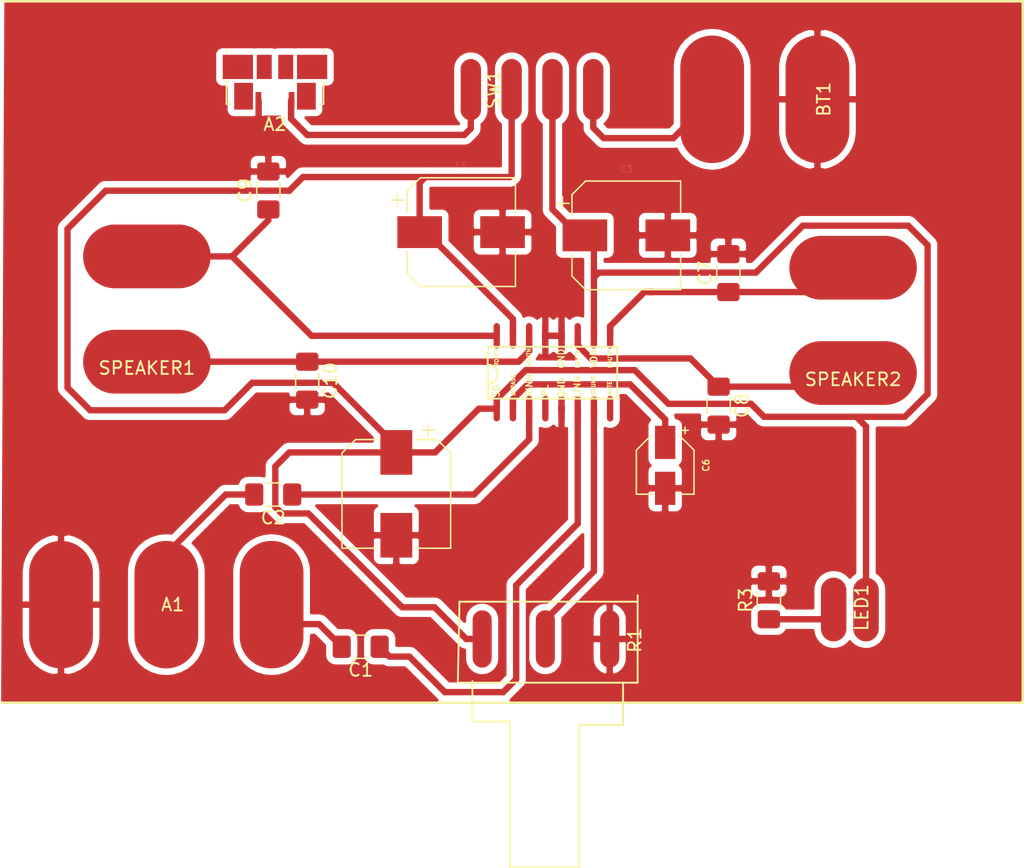
<source format=kicad_pcb>
(kicad_pcb (version 20171130) (host pcbnew "(5.1.0)-1")

  (general
    (thickness 1.6)
    (drawings 3)
    (tracks 122)
    (zones 0)
    (modules 20)
    (nets 16)
  )

  (page A4)
  (layers
    (0 F.Cu signal)
    (31 B.Cu signal hide)
    (32 B.Adhes user hide)
    (33 F.Adhes user hide)
    (34 B.Paste user hide)
    (35 F.Paste user hide)
    (36 B.SilkS user hide)
    (37 F.SilkS user)
    (38 B.Mask user hide)
    (39 F.Mask user hide)
    (40 Dwgs.User user hide)
    (41 Cmts.User user hide)
    (42 Eco1.User user hide)
    (43 Eco2.User user hide)
    (44 Edge.Cuts user hide)
    (45 Margin user hide)
    (46 B.CrtYd user hide)
    (47 F.CrtYd user)
    (48 B.Fab user hide)
    (49 F.Fab user)
  )

  (setup
    (last_trace_width 0.5)
    (user_trace_width 0.45)
    (user_trace_width 0.5)
    (trace_clearance 0.36)
    (zone_clearance 0.508)
    (zone_45_only no)
    (trace_min 0.36)
    (via_size 0.8)
    (via_drill 0.4)
    (via_min_size 0.4)
    (via_min_drill 0.3)
    (uvia_size 0.4)
    (uvia_drill 0.1)
    (uvias_allowed no)
    (uvia_min_size 0.36)
    (uvia_min_drill 0.1)
    (edge_width 0.15)
    (segment_width 0.2)
    (pcb_text_width 0.3)
    (pcb_text_size 1.5 1.5)
    (mod_edge_width 0.15)
    (mod_text_size 1 1)
    (mod_text_width 0.15)
    (pad_size 10 5)
    (pad_drill 0)
    (pad_to_mask_clearance 0.2)
    (solder_mask_min_width 0.25)
    (aux_axis_origin 0 0)
    (visible_elements 7FFFFFFF)
    (pcbplotparams
      (layerselection 0x010fc_ffffffff)
      (usegerberextensions false)
      (usegerberattributes false)
      (usegerberadvancedattributes false)
      (creategerberjobfile false)
      (excludeedgelayer true)
      (linewidth 0.100000)
      (plotframeref false)
      (viasonmask false)
      (mode 1)
      (useauxorigin false)
      (hpglpennumber 1)
      (hpglpenspeed 20)
      (hpglpendiameter 15.000000)
      (psnegative false)
      (psa4output false)
      (plotreference true)
      (plotvalue true)
      (plotinvisibletext false)
      (padsonsilk false)
      (subtractmaskfromsilk false)
      (outputformat 1)
      (mirror false)
      (drillshape 1)
      (scaleselection 1)
      (outputdirectory "./"))
  )

  (net 0 "")
  (net 1 "Net-(A1-PadR)")
  (net 2 /GND)
  (net 3 /LINN)
  (net 4 /RINN)
  (net 5 /LOUTP)
  (net 6 /LOUTN)
  (net 7 /ROUTP)
  (net 8 /ROUTN)
  (net 9 /VDD)
  (net 10 "Net-(A1-PadT)")
  (net 11 "Net-(LED1-Pad1)")
  (net 12 "Net-(BT1-Pad1)")
  (net 13 /VOLUME)
  (net 14 /BYPASS)
  (net 15 "Net-(A2-Pad1)")

  (net_class Default "This is the default net class."
    (clearance 0.36)
    (trace_width 0.36)
    (via_dia 0.8)
    (via_drill 0.4)
    (uvia_dia 0.4)
    (uvia_drill 0.1)
    (diff_pair_width 0.4)
    (diff_pair_gap 0.25)
    (add_net /BYPASS)
    (add_net /GND)
    (add_net /LINN)
    (add_net /LOUTN)
    (add_net /LOUTP)
    (add_net /RINN)
    (add_net /ROUTN)
    (add_net /ROUTP)
    (add_net /VDD)
    (add_net /VOLUME)
    (add_net "Net-(A1-PadR)")
    (add_net "Net-(A1-PadT)")
    (add_net "Net-(A2-Pad1)")
    (add_net "Net-(BT1-Pad1)")
    (add_net "Net-(LED1-Pad1)")
  )

  (net_class "Fab Lab" ""
    (clearance 0.36)
    (trace_width 0.36)
    (via_dia 0.8)
    (via_drill 0.4)
    (uvia_dia 0.4)
    (uvia_drill 0.1)
    (diff_pair_width 0.4)
    (diff_pair_gap 0.25)
  )

  (module NewFootPrint:USB_Micro-B_Molex (layer F.Cu) (tedit 5CB0D4D9) (tstamp 5BF1F97E)
    (at 46.366 26.346 180)
    (descr "Micro USB B receptable with flange, bottom-mount, SMD, right-angle (http://www.molex.com/pdm_docs/sd/473460001_sd.pdf)")
    (tags "Micro B USB SMD")
    (path /5B734F78)
    (attr smd)
    (fp_text reference A2 (at 0 -3.3) (layer F.SilkS)
      (effects (font (size 1 1) (thickness 0.15)))
    )
    (fp_text value USB_B_Micro (at 0 4.6) (layer F.Fab)
      (effects (font (size 1 1) (thickness 0.15)))
    )
    (fp_line (start -3.25 2.65) (end 3.25 2.65) (layer F.Fab) (width 0.1))
    (fp_line (start -3.81 2.6) (end -3.81 2.34) (layer F.SilkS) (width 0.12))
    (fp_line (start -3.81 0.06) (end -3.81 -1.71) (layer F.SilkS) (width 0.12))
    (fp_line (start -3.81 -1.71) (end -3.43 -1.71) (layer F.SilkS) (width 0.12))
    (fp_line (start 3.81 -1.71) (end 3.81 0.06) (layer F.SilkS) (width 0.12))
    (fp_line (start 3.81 2.34) (end 3.81 2.6) (layer F.SilkS) (width 0.12))
    (fp_line (start -3.75 3.35) (end -3.75 -1.65) (layer F.Fab) (width 0.1))
    (fp_line (start -3.75 -1.65) (end 3.75 -1.65) (layer F.Fab) (width 0.1))
    (fp_line (start 3.75 -1.65) (end 3.75 3.35) (layer F.Fab) (width 0.1))
    (fp_line (start 3.75 3.35) (end -3.75 3.35) (layer F.Fab) (width 0.1))
    (fp_line (start -4.6 3.9) (end -4.6 -2.7) (layer F.CrtYd) (width 0.05))
    (fp_line (start -4.6 -2.7) (end 4.6 -2.7) (layer F.CrtYd) (width 0.05))
    (fp_line (start 4.6 -2.7) (end 4.6 3.9) (layer F.CrtYd) (width 0.05))
    (fp_line (start 4.6 3.9) (end -4.6 3.9) (layer F.CrtYd) (width 0.05))
    (fp_line (start 3.81 -1.71) (end 3.43 -1.71) (layer F.SilkS) (width 0.12))
    (fp_text user %R (at 0 1.2 270) (layer F.Fab)
      (effects (font (size 1 1) (thickness 0.15)))
    )
    (fp_text user "" (at 0 2.67) (layer Dwgs.User)
      (effects (font (size 0.4 0.4) (thickness 0.04)))
    )
    (pad 6 smd rect (at 0.84 1.2 180) (size 1.175 1.9) (layers F.Cu F.Paste F.Mask))
    (pad 6 smd rect (at -0.84 1.2 180) (size 1.175 1.9) (layers F.Cu F.Paste F.Mask))
    (pad 6 smd rect (at 2.91 1.2 180) (size 2.375 1.9) (layers F.Cu F.Paste F.Mask))
    (pad 6 smd rect (at -2.91 1.2 180) (size 2.375 1.9) (layers F.Cu F.Paste F.Mask))
    (pad 6 smd rect (at 2.4625 -1.1 180) (size 1.475 2.1) (layers F.Cu F.Paste F.Mask))
    (pad 6 smd rect (at -2.4625 -1.1 180) (size 1.475 2.1) (layers F.Cu F.Paste F.Mask))
    (pad 5 smd rect (at 1.3 -1.46 180) (size 0.45 1.38) (layers F.Cu F.Paste F.Mask)
      (net 2 /GND))
    (pad 1 smd rect (at -1.3 -1.46 180) (size 0.45 1.38) (layers F.Cu F.Paste F.Mask)
      (net 15 "Net-(A2-Pad1)"))
    (model ${KISYS3DMOD}/Connector_USB.3dshapes/USB_Micro-B_Molex_47346-0001.wrl
      (at (xyz 0 0 0))
      (scale (xyz 1 1 1))
      (rotate (xyz 0 0 0))
    )
  )

  (module NewFootPrint:Capacitor-Elec-LG (layer F.Cu) (tedit 5CB09F8F) (tstamp 5C0BBAC7)
    (at 60.96 38.1)
    (descr "SMT capacitor, aluminium electrolytic, 8x10, Nichicon ")
    (tags "Capacitor Electrolytic")
    (path /5B734EAD)
    (attr smd)
    (fp_text reference C5 (at 0 -5.2) (layer F.SilkS)
      (effects (font (size 0.5 0.5) (thickness 0.01)))
    )
    (fp_text value 1000uf (at 0 5.2) (layer F.Fab) hide
      (effects (font (size 1 1) (thickness 0.15)))
    )
    (fp_text user "" (at 0 0) (layer F.Fab)
      (effects (font (size 1 1) (thickness 0.15)))
    )
    (fp_line (start -5.25 1.5) (end -4.4 1.5) (layer F.CrtYd) (width 0.05))
    (fp_line (start -5.25 -1.5) (end -5.25 1.5) (layer F.CrtYd) (width 0.05))
    (fp_line (start -4.4 -1.5) (end -5.25 -1.5) (layer F.CrtYd) (width 0.05))
    (fp_line (start -4.4 1.5) (end -4.4 3.25) (layer F.CrtYd) (width 0.05))
    (fp_line (start -4.4 -3.25) (end -4.4 -1.5) (layer F.CrtYd) (width 0.05))
    (fp_line (start -4.4 -3.25) (end -3.25 -4.4) (layer F.CrtYd) (width 0.05))
    (fp_line (start -4.4 3.25) (end -3.25 4.4) (layer F.CrtYd) (width 0.05))
    (fp_line (start -3.25 -4.4) (end 4.4 -4.4) (layer F.CrtYd) (width 0.05))
    (fp_line (start -3.25 4.4) (end 4.4 4.4) (layer F.CrtYd) (width 0.05))
    (fp_line (start 4.4 1.5) (end 4.4 4.4) (layer F.CrtYd) (width 0.05))
    (fp_line (start 5.25 1.5) (end 4.4 1.5) (layer F.CrtYd) (width 0.05))
    (fp_line (start 5.25 -1.5) (end 5.25 1.5) (layer F.CrtYd) (width 0.05))
    (fp_line (start 4.4 -1.5) (end 5.25 -1.5) (layer F.CrtYd) (width 0.05))
    (fp_line (start 4.4 -4.4) (end 4.4 -1.5) (layer F.CrtYd) (width 0.05))
    (fp_line (start -5 -3.01) (end -5 -2.01) (layer F.SilkS) (width 0.12))
    (fp_line (start -5.5 -2.51) (end -4.5 -2.51) (layer F.SilkS) (width 0.12))
    (fp_line (start -4.26 3.195563) (end -3.195563 4.26) (layer F.SilkS) (width 0.12))
    (fp_line (start -4.26 -3.195563) (end -3.195563 -4.26) (layer F.SilkS) (width 0.12))
    (fp_line (start -4.26 -3.195563) (end -4.26 -1.51) (layer F.SilkS) (width 0.12))
    (fp_line (start -4.26 3.195563) (end -4.26 1.51) (layer F.SilkS) (width 0.12))
    (fp_line (start -3.195563 4.26) (end 4.26 4.26) (layer F.SilkS) (width 0.12))
    (fp_line (start -3.195563 -4.26) (end 4.26 -4.26) (layer F.SilkS) (width 0.12))
    (fp_line (start 4.26 -4.26) (end 4.26 -1.51) (layer F.SilkS) (width 0.12))
    (fp_line (start 4.26 4.26) (end 4.26 1.51) (layer F.SilkS) (width 0.12))
    (fp_line (start -3.162278 -1.9) (end -3.162278 -1.1) (layer F.Fab) (width 0.1))
    (fp_line (start -3.562278 -1.5) (end -2.762278 -1.5) (layer F.Fab) (width 0.1))
    (fp_line (start -4.15 3.15) (end -3.15 4.15) (layer F.Fab) (width 0.1))
    (fp_line (start -4.15 -3.15) (end -3.15 -4.15) (layer F.Fab) (width 0.1))
    (fp_line (start -4.15 -3.15) (end -4.15 3.15) (layer F.Fab) (width 0.1))
    (fp_line (start -3.15 4.15) (end 4.15 4.15) (layer F.Fab) (width 0.1))
    (fp_line (start -3.15 -4.15) (end 4.15 -4.15) (layer F.Fab) (width 0.1))
    (fp_line (start 4.15 -4.15) (end 4.15 4.15) (layer F.Fab) (width 0.1))
    (fp_circle (center 0 0) (end 4 0) (layer F.Fab) (width 0.1))
    (pad 2 smd rect (at 3.25 0) (size 3.5 2.5) (layers F.Cu F.Paste F.Mask)
      (net 2 /GND))
    (pad 1 smd rect (at -3.25 0) (size 3.5 2.5) (layers F.Cu F.Paste F.Mask)
      (net 9 /VDD))
    (model ${KISYS3DMOD}/Capacitor_SMD.3dshapes/CP_Elec_8x10.wrl
      (at (xyz 0 0 0))
      (scale (xyz 1 1 1))
      (rotate (xyz 0 0 0))
    )
  )

  (module NewFootPrint:Capacitor_1206 (layer F.Cu) (tedit 5BE74937) (tstamp 5C0BBB33)
    (at 48.895 49.7475 270)
    (descr "Resistor SMD 1206 (3216 Metric), square (rectangular) end terminal, IPC_7351 nominal with elongated pad for handsoldering. (Body size source: http://www.tortai-tech.com/upload/download/2011102023233369053.pdf), generated with kicad-footprint-generator")
    (tags "resistor handsolder")
    (path /5B734CE6)
    (attr smd)
    (fp_text reference C10 (at 0 -1.82 270) (layer F.SilkS)
      (effects (font (size 1 1) (thickness 0.15)))
    )
    (fp_text value 10nf (at 0 1.82 270) (layer F.Fab) hide
      (effects (font (size 1 1) (thickness 0.15)))
    )
    (fp_text user "" (at 0 0 270) (layer F.Fab) hide
      (effects (font (size 0.8 0.8) (thickness 0.12)))
    )
    (fp_line (start 2.45 1.12) (end -2.45 1.12) (layer F.CrtYd) (width 0.05))
    (fp_line (start 2.45 -1.12) (end 2.45 1.12) (layer F.CrtYd) (width 0.05))
    (fp_line (start -2.45 -1.12) (end 2.45 -1.12) (layer F.CrtYd) (width 0.05))
    (fp_line (start -2.45 1.12) (end -2.45 -1.12) (layer F.CrtYd) (width 0.05))
    (fp_line (start -0.602064 0.91) (end 0.602064 0.91) (layer F.SilkS) (width 0.12))
    (fp_line (start -0.602064 -0.91) (end 0.602064 -0.91) (layer F.SilkS) (width 0.12))
    (fp_line (start 1.6 0.8) (end -1.6 0.8) (layer F.Fab) (width 0.1))
    (fp_line (start 1.6 -0.8) (end 1.6 0.8) (layer F.Fab) (width 0.1))
    (fp_line (start -1.6 -0.8) (end 1.6 -0.8) (layer F.Fab) (width 0.1))
    (fp_line (start -1.6 0.8) (end -1.6 -0.8) (layer F.Fab) (width 0.1))
    (pad 2 smd roundrect (at 1.4875 0 270) (size 1.425 1.75) (layers F.Cu F.Paste F.Mask) (roundrect_rratio 0.175)
      (net 2 /GND))
    (pad 1 smd roundrect (at -1.4875 0 270) (size 1.425 1.75) (layers F.Cu F.Paste F.Mask) (roundrect_rratio 0.175)
      (net 8 /ROUTN))
    (model ${KISYS3DMOD}/Resistor_SMD.3dshapes/R_1206_3216Metric.wrl
      (at (xyz 0 0 0))
      (scale (xyz 1 1 1))
      (rotate (xyz 0 0 0))
    )
  )

  (module "NewFootPrint:AUX CABLE" (layer F.Cu) (tedit 5BE78502) (tstamp 5C0BBA0D)
    (at 37.846 67.31 90)
    (path /5B75C918)
    (fp_text reference A1 (at 0 0.5 180) (layer F.SilkS)
      (effects (font (size 1 1) (thickness 0.15)))
    )
    (fp_text value AudioJack3_Ground (at -0.127 -12.192 90) (layer F.Fab)
      (effects (font (size 1 1) (thickness 0.15)))
    )
    (pad S smd oval (at 0 -8.255 90) (size 10 5) (layers F.Cu F.Paste F.Mask)
      (net 2 /GND))
    (pad T smd oval (at 0 8.255 90) (size 10 5) (layers F.Cu F.Paste F.Mask)
      (net 10 "Net-(A1-PadT)"))
    (pad R smd oval (at 0 0 90) (size 10 5) (layers F.Cu F.Paste F.Mask)
      (net 1 "Net-(A1-PadR)"))
  )

  (module NewFootPrint:Capacitor_Electrolytic_SM (layer F.Cu) (tedit 5CB09FAE) (tstamp 5C0BBAEF)
    (at 76.962 56.388 270)
    (descr "SMT capacitor, aluminium electrolytic, 4x4.5, Nichicon ")
    (tags "Capacitor Electrolytic")
    (path /5B734EF1)
    (attr smd)
    (fp_text reference C6 (at 0 -3.2 270) (layer F.SilkS)
      (effects (font (size 0.5 0.5) (thickness 0.1)))
    )
    (fp_text value 1uf (at 0 3.2 270) (layer F.Fab) hide
      (effects (font (size 1 1) (thickness 0.15)))
    )
    (fp_text user "" (at 0 0 270) (layer F.Fab)
      (effects (font (size 0.8 0.8) (thickness 0.12)))
    )
    (fp_line (start -3.35 1.05) (end -2.4 1.05) (layer F.CrtYd) (width 0.05))
    (fp_line (start -3.35 -1.05) (end -3.35 1.05) (layer F.CrtYd) (width 0.05))
    (fp_line (start -2.4 -1.05) (end -3.35 -1.05) (layer F.CrtYd) (width 0.05))
    (fp_line (start -2.4 1.05) (end -2.4 1.25) (layer F.CrtYd) (width 0.05))
    (fp_line (start -2.4 -1.25) (end -2.4 -1.05) (layer F.CrtYd) (width 0.05))
    (fp_line (start -2.4 -1.25) (end -1.25 -2.4) (layer F.CrtYd) (width 0.05))
    (fp_line (start -2.4 1.25) (end -1.25 2.4) (layer F.CrtYd) (width 0.05))
    (fp_line (start -1.25 -2.4) (end 2.4 -2.4) (layer F.CrtYd) (width 0.05))
    (fp_line (start -1.25 2.4) (end 2.4 2.4) (layer F.CrtYd) (width 0.05))
    (fp_line (start 2.4 1.05) (end 2.4 2.4) (layer F.CrtYd) (width 0.05))
    (fp_line (start 3.35 1.05) (end 2.4 1.05) (layer F.CrtYd) (width 0.05))
    (fp_line (start 3.35 -1.05) (end 3.35 1.05) (layer F.CrtYd) (width 0.05))
    (fp_line (start 2.4 -1.05) (end 3.35 -1.05) (layer F.CrtYd) (width 0.05))
    (fp_line (start 2.4 -2.4) (end 2.4 -1.05) (layer F.CrtYd) (width 0.05))
    (fp_line (start -2.75 -1.81) (end -2.75 -1.31) (layer F.SilkS) (width 0.12))
    (fp_line (start -3 -1.56) (end -2.5 -1.56) (layer F.SilkS) (width 0.12))
    (fp_line (start -2.26 1.195563) (end -1.195563 2.26) (layer F.SilkS) (width 0.12))
    (fp_line (start -2.26 -1.195563) (end -1.195563 -2.26) (layer F.SilkS) (width 0.12))
    (fp_line (start -2.26 -1.195563) (end -2.26 -1.06) (layer F.SilkS) (width 0.12))
    (fp_line (start -2.26 1.195563) (end -2.26 1.06) (layer F.SilkS) (width 0.12))
    (fp_line (start -1.195563 2.26) (end 2.26 2.26) (layer F.SilkS) (width 0.12))
    (fp_line (start -1.195563 -2.26) (end 2.26 -2.26) (layer F.SilkS) (width 0.12))
    (fp_line (start 2.26 -2.26) (end 2.26 -1.06) (layer F.SilkS) (width 0.12))
    (fp_line (start 2.26 2.26) (end 2.26 1.06) (layer F.SilkS) (width 0.12))
    (fp_line (start -1.374773 -1.2) (end -1.374773 -0.8) (layer F.Fab) (width 0.1))
    (fp_line (start -1.574773 -1) (end -1.174773 -1) (layer F.Fab) (width 0.1))
    (fp_line (start -2.15 1.15) (end -1.15 2.15) (layer F.Fab) (width 0.1))
    (fp_line (start -2.15 -1.15) (end -1.15 -2.15) (layer F.Fab) (width 0.1))
    (fp_line (start -2.15 -1.15) (end -2.15 1.15) (layer F.Fab) (width 0.1))
    (fp_line (start -1.15 2.15) (end 2.15 2.15) (layer F.Fab) (width 0.1))
    (fp_line (start -1.15 -2.15) (end 2.15 -2.15) (layer F.Fab) (width 0.1))
    (fp_line (start 2.15 -2.15) (end 2.15 2.15) (layer F.Fab) (width 0.1))
    (fp_circle (center 0 0) (end 2 0) (layer F.Fab) (width 0.1))
    (pad 2 smd rect (at 1.8 0 270) (size 2.6 1.6) (layers F.Cu F.Paste F.Mask)
      (net 2 /GND))
    (pad 1 smd rect (at -1.8 0 270) (size 2.6 1.6) (layers F.Cu F.Paste F.Mask)
      (net 14 /BYPASS))
    (model ${KISYS3DMOD}/Capacitor_SMD.3dshapes/CP_Elec_4x4.5.wrl
      (at (xyz 0 0 0))
      (scale (xyz 1 1 1))
      (rotate (xyz 0 0 0))
    )
  )

  (module NewFootPrint:Potentiometer-100kohms (layer F.Cu) (tedit 5CB09FD4) (tstamp 5C0BBB4C)
    (at 62.611 70 270)
    (descr "Potentiometer, horizontal, Piher PC-16 Single, http://www.piher-nacesa.com/pdf/20-PC16v03.pdf")
    (tags "Potentiometer horizontal Piher PC-16 Single")
    (path /5B763D59)
    (fp_text reference R1 (at 0.104 -11.962 270) (layer F.SilkS)
      (effects (font (size 1 1) (thickness 0.15)))
    )
    (fp_text value 100kΩ (at 0 4.25 270) (layer F.Fab)
      (effects (font (size 1 1) (thickness 0.15)))
    )
    (fp_line (start 6.477 0.762) (end 3.302 0.762) (layer F.SilkS) (width 0.15))
    (fp_line (start 6.477 -2.159) (end 6.477 0.762) (layer F.SilkS) (width 0.15))
    (fp_line (start 17.907 -2.159) (end 6.477 -2.159) (layer F.SilkS) (width 0.15))
    (fp_line (start 17.907 -3.302) (end 17.907 -2.159) (layer F.SilkS) (width 0.15))
    (fp_line (start 17.907 -7.62) (end 17.907 -3.429) (layer F.SilkS) (width 0.15))
    (fp_line (start 6.731 -7.62) (end 17.907 -7.62) (layer F.SilkS) (width 0.15))
    (fp_line (start 6.731 -11.049) (end 6.731 -7.62) (layer F.SilkS) (width 0.15))
    (fp_line (start 3.429 -11.049) (end 6.731 -11.049) (layer F.SilkS) (width 0.15))
    (fp_line (start -2.921 1.778) (end -2.921 -12.192) (layer F.SilkS) (width 0.15))
    (fp_line (start 3.429 1.905) (end -2.921 1.778) (layer F.SilkS) (width 0.15))
    (fp_line (start 3.429 -12.192) (end 3.429 1.778) (layer F.SilkS) (width 0.15))
    (fp_line (start -3.429 -12.192) (end 3.429 -12.192) (layer F.SilkS) (width 0.15))
    (pad 1 smd oval (at 0 0 270) (size 4.5 1.5) (layers F.Cu F.Paste F.Mask)
      (net 9 /VDD))
    (pad 2 smd oval (at 0 -4.953 270) (size 4.5 1.5) (layers F.Cu F.Paste F.Mask)
      (net 13 /VOLUME))
    (pad 3 smd oval (at 0 -10 270) (size 4.5 1.5) (layers F.Cu F.Paste F.Mask)
      (net 2 /GND))
    (model ${KISYS3DMOD}/Potentiometer_THT.3dshapes/Potentiometer_Piher_PC-16_Single_Horizontal.wrl
      (at (xyz 0 0 0))
      (scale (xyz 1 1 1))
      (rotate (xyz 0 0 0))
    )
  )

  (module NewFootPrint:Capacitor_1206 (layer F.Cu) (tedit 5BE74937) (tstamp 5C0BBA3E)
    (at 53.086 70.612 180)
    (descr "Resistor SMD 1206 (3216 Metric), square (rectangular) end terminal, IPC_7351 nominal with elongated pad for handsoldering. (Body size source: http://www.tortai-tech.com/upload/download/2011102023233369053.pdf), generated with kicad-footprint-generator")
    (tags "resistor handsolder")
    (path /5B734D22)
    (attr smd)
    (fp_text reference C1 (at 0 -1.82 180) (layer F.SilkS)
      (effects (font (size 1 1) (thickness 0.15)))
    )
    (fp_text value 100nf (at 0 1.82 180) (layer F.Fab) hide
      (effects (font (size 1 1) (thickness 0.15)))
    )
    (fp_text user "" (at 0 0 180) (layer F.Fab) hide
      (effects (font (size 0.8 0.8) (thickness 0.12)))
    )
    (fp_line (start 2.45 1.12) (end -2.45 1.12) (layer F.CrtYd) (width 0.05))
    (fp_line (start 2.45 -1.12) (end 2.45 1.12) (layer F.CrtYd) (width 0.05))
    (fp_line (start -2.45 -1.12) (end 2.45 -1.12) (layer F.CrtYd) (width 0.05))
    (fp_line (start -2.45 1.12) (end -2.45 -1.12) (layer F.CrtYd) (width 0.05))
    (fp_line (start -0.602064 0.91) (end 0.602064 0.91) (layer F.SilkS) (width 0.12))
    (fp_line (start -0.602064 -0.91) (end 0.602064 -0.91) (layer F.SilkS) (width 0.12))
    (fp_line (start 1.6 0.8) (end -1.6 0.8) (layer F.Fab) (width 0.1))
    (fp_line (start 1.6 -0.8) (end 1.6 0.8) (layer F.Fab) (width 0.1))
    (fp_line (start -1.6 -0.8) (end 1.6 -0.8) (layer F.Fab) (width 0.1))
    (fp_line (start -1.6 0.8) (end -1.6 -0.8) (layer F.Fab) (width 0.1))
    (pad 2 smd roundrect (at 1.4875 0 180) (size 1.425 1.75) (layers F.Cu F.Paste F.Mask) (roundrect_rratio 0.175)
      (net 10 "Net-(A1-PadT)"))
    (pad 1 smd roundrect (at -1.4875 0 180) (size 1.425 1.75) (layers F.Cu F.Paste F.Mask) (roundrect_rratio 0.175)
      (net 3 /LINN))
    (model ${KISYS3DMOD}/Resistor_SMD.3dshapes/R_1206_3216Metric.wrl
      (at (xyz 0 0 0))
      (scale (xyz 1 1 1))
      (rotate (xyz 0 0 0))
    )
  )

  (module NewFootPrint:Capacitor_1206 (layer F.Cu) (tedit 5BE74937) (tstamp 5CB1007D)
    (at 46.228 58.674 180)
    (descr "Resistor SMD 1206 (3216 Metric), square (rectangular) end terminal, IPC_7351 nominal with elongated pad for handsoldering. (Body size source: http://www.tortai-tech.com/upload/download/2011102023233369053.pdf), generated with kicad-footprint-generator")
    (tags "resistor handsolder")
    (path /5B734BB0)
    (attr smd)
    (fp_text reference C2 (at 0 -1.82 180) (layer F.SilkS)
      (effects (font (size 1 1) (thickness 0.15)))
    )
    (fp_text value 100nf (at 0 1.82 180) (layer F.Fab) hide
      (effects (font (size 1 1) (thickness 0.15)))
    )
    (fp_text user "" (at 0 0 180) (layer F.Fab) hide
      (effects (font (size 0.8 0.8) (thickness 0.12)))
    )
    (fp_line (start 2.45 1.12) (end -2.45 1.12) (layer F.CrtYd) (width 0.05))
    (fp_line (start 2.45 -1.12) (end 2.45 1.12) (layer F.CrtYd) (width 0.05))
    (fp_line (start -2.45 -1.12) (end 2.45 -1.12) (layer F.CrtYd) (width 0.05))
    (fp_line (start -2.45 1.12) (end -2.45 -1.12) (layer F.CrtYd) (width 0.05))
    (fp_line (start -0.602064 0.91) (end 0.602064 0.91) (layer F.SilkS) (width 0.12))
    (fp_line (start -0.602064 -0.91) (end 0.602064 -0.91) (layer F.SilkS) (width 0.12))
    (fp_line (start 1.6 0.8) (end -1.6 0.8) (layer F.Fab) (width 0.1))
    (fp_line (start 1.6 -0.8) (end 1.6 0.8) (layer F.Fab) (width 0.1))
    (fp_line (start -1.6 -0.8) (end 1.6 -0.8) (layer F.Fab) (width 0.1))
    (fp_line (start -1.6 0.8) (end -1.6 -0.8) (layer F.Fab) (width 0.1))
    (pad 2 smd roundrect (at 1.4875 0 180) (size 1.425 1.75) (layers F.Cu F.Paste F.Mask) (roundrect_rratio 0.175)
      (net 1 "Net-(A1-PadR)"))
    (pad 1 smd roundrect (at -1.4875 0 180) (size 1.425 1.75) (layers F.Cu F.Paste F.Mask) (roundrect_rratio 0.175)
      (net 4 /RINN))
    (model ${KISYS3DMOD}/Resistor_SMD.3dshapes/R_1206_3216Metric.wrl
      (at (xyz 0 0 0))
      (scale (xyz 1 1 1))
      (rotate (xyz 0 0 0))
    )
  )

  (module NewFootPrint:Capacitor-Elec-LG (layer F.Cu) (tedit 5CB09F8F) (tstamp 5CB1043D)
    (at 73.914 38.354)
    (descr "SMT capacitor, aluminium electrolytic, 8x10, Nichicon ")
    (tags "Capacitor Electrolytic")
    (path /5B734DE3)
    (attr smd)
    (fp_text reference C3 (at 0 -5.2) (layer F.SilkS)
      (effects (font (size 0.5 0.5) (thickness 0.01)))
    )
    (fp_text value 1000uf (at 0 5.2) (layer F.Fab) hide
      (effects (font (size 1 1) (thickness 0.15)))
    )
    (fp_text user "" (at 0 0) (layer F.Fab)
      (effects (font (size 1 1) (thickness 0.15)))
    )
    (fp_line (start -5.25 1.5) (end -4.4 1.5) (layer F.CrtYd) (width 0.05))
    (fp_line (start -5.25 -1.5) (end -5.25 1.5) (layer F.CrtYd) (width 0.05))
    (fp_line (start -4.4 -1.5) (end -5.25 -1.5) (layer F.CrtYd) (width 0.05))
    (fp_line (start -4.4 1.5) (end -4.4 3.25) (layer F.CrtYd) (width 0.05))
    (fp_line (start -4.4 -3.25) (end -4.4 -1.5) (layer F.CrtYd) (width 0.05))
    (fp_line (start -4.4 -3.25) (end -3.25 -4.4) (layer F.CrtYd) (width 0.05))
    (fp_line (start -4.4 3.25) (end -3.25 4.4) (layer F.CrtYd) (width 0.05))
    (fp_line (start -3.25 -4.4) (end 4.4 -4.4) (layer F.CrtYd) (width 0.05))
    (fp_line (start -3.25 4.4) (end 4.4 4.4) (layer F.CrtYd) (width 0.05))
    (fp_line (start 4.4 1.5) (end 4.4 4.4) (layer F.CrtYd) (width 0.05))
    (fp_line (start 5.25 1.5) (end 4.4 1.5) (layer F.CrtYd) (width 0.05))
    (fp_line (start 5.25 -1.5) (end 5.25 1.5) (layer F.CrtYd) (width 0.05))
    (fp_line (start 4.4 -1.5) (end 5.25 -1.5) (layer F.CrtYd) (width 0.05))
    (fp_line (start 4.4 -4.4) (end 4.4 -1.5) (layer F.CrtYd) (width 0.05))
    (fp_line (start -5 -3.01) (end -5 -2.01) (layer F.SilkS) (width 0.12))
    (fp_line (start -5.5 -2.51) (end -4.5 -2.51) (layer F.SilkS) (width 0.12))
    (fp_line (start -4.26 3.195563) (end -3.195563 4.26) (layer F.SilkS) (width 0.12))
    (fp_line (start -4.26 -3.195563) (end -3.195563 -4.26) (layer F.SilkS) (width 0.12))
    (fp_line (start -4.26 -3.195563) (end -4.26 -1.51) (layer F.SilkS) (width 0.12))
    (fp_line (start -4.26 3.195563) (end -4.26 1.51) (layer F.SilkS) (width 0.12))
    (fp_line (start -3.195563 4.26) (end 4.26 4.26) (layer F.SilkS) (width 0.12))
    (fp_line (start -3.195563 -4.26) (end 4.26 -4.26) (layer F.SilkS) (width 0.12))
    (fp_line (start 4.26 -4.26) (end 4.26 -1.51) (layer F.SilkS) (width 0.12))
    (fp_line (start 4.26 4.26) (end 4.26 1.51) (layer F.SilkS) (width 0.12))
    (fp_line (start -3.162278 -1.9) (end -3.162278 -1.1) (layer F.Fab) (width 0.1))
    (fp_line (start -3.562278 -1.5) (end -2.762278 -1.5) (layer F.Fab) (width 0.1))
    (fp_line (start -4.15 3.15) (end -3.15 4.15) (layer F.Fab) (width 0.1))
    (fp_line (start -4.15 -3.15) (end -3.15 -4.15) (layer F.Fab) (width 0.1))
    (fp_line (start -4.15 -3.15) (end -4.15 3.15) (layer F.Fab) (width 0.1))
    (fp_line (start -3.15 4.15) (end 4.15 4.15) (layer F.Fab) (width 0.1))
    (fp_line (start -3.15 -4.15) (end 4.15 -4.15) (layer F.Fab) (width 0.1))
    (fp_line (start 4.15 -4.15) (end 4.15 4.15) (layer F.Fab) (width 0.1))
    (fp_circle (center 0 0) (end 4 0) (layer F.Fab) (width 0.1))
    (pad 2 smd rect (at 3.25 0) (size 3.5 2.5) (layers F.Cu F.Paste F.Mask)
      (net 2 /GND))
    (pad 1 smd rect (at -3.25 0) (size 3.5 2.5) (layers F.Cu F.Paste F.Mask)
      (net 9 /VDD))
    (model ${KISYS3DMOD}/Capacitor_SMD.3dshapes/CP_Elec_8x10.wrl
      (at (xyz 0 0 0))
      (scale (xyz 1 1 1))
      (rotate (xyz 0 0 0))
    )
  )

  (module NewFootPrint:Capacitor-Elec-LG (layer F.Cu) (tedit 5CB09F8F) (tstamp 5C0BBA9F)
    (at 55.88 58.622 270)
    (descr "SMT capacitor, aluminium electrolytic, 8x10, Nichicon ")
    (tags "Capacitor Electrolytic")
    (path /5B734E6B)
    (attr smd)
    (fp_text reference C4 (at 0 -5.2 270) (layer F.SilkS)
      (effects (font (size 0.5 0.5) (thickness 0.01)))
    )
    (fp_text value 220uf (at 0 5.2 270) (layer F.Fab) hide
      (effects (font (size 1 1) (thickness 0.15)))
    )
    (fp_text user "" (at 0 0 270) (layer F.Fab)
      (effects (font (size 1 1) (thickness 0.15)))
    )
    (fp_line (start -5.25 1.5) (end -4.4 1.5) (layer F.CrtYd) (width 0.05))
    (fp_line (start -5.25 -1.5) (end -5.25 1.5) (layer F.CrtYd) (width 0.05))
    (fp_line (start -4.4 -1.5) (end -5.25 -1.5) (layer F.CrtYd) (width 0.05))
    (fp_line (start -4.4 1.5) (end -4.4 3.25) (layer F.CrtYd) (width 0.05))
    (fp_line (start -4.4 -3.25) (end -4.4 -1.5) (layer F.CrtYd) (width 0.05))
    (fp_line (start -4.4 -3.25) (end -3.25 -4.4) (layer F.CrtYd) (width 0.05))
    (fp_line (start -4.4 3.25) (end -3.25 4.4) (layer F.CrtYd) (width 0.05))
    (fp_line (start -3.25 -4.4) (end 4.4 -4.4) (layer F.CrtYd) (width 0.05))
    (fp_line (start -3.25 4.4) (end 4.4 4.4) (layer F.CrtYd) (width 0.05))
    (fp_line (start 4.4 1.5) (end 4.4 4.4) (layer F.CrtYd) (width 0.05))
    (fp_line (start 5.25 1.5) (end 4.4 1.5) (layer F.CrtYd) (width 0.05))
    (fp_line (start 5.25 -1.5) (end 5.25 1.5) (layer F.CrtYd) (width 0.05))
    (fp_line (start 4.4 -1.5) (end 5.25 -1.5) (layer F.CrtYd) (width 0.05))
    (fp_line (start 4.4 -4.4) (end 4.4 -1.5) (layer F.CrtYd) (width 0.05))
    (fp_line (start -5 -3.01) (end -5 -2.01) (layer F.SilkS) (width 0.12))
    (fp_line (start -5.5 -2.51) (end -4.5 -2.51) (layer F.SilkS) (width 0.12))
    (fp_line (start -4.26 3.195563) (end -3.195563 4.26) (layer F.SilkS) (width 0.12))
    (fp_line (start -4.26 -3.195563) (end -3.195563 -4.26) (layer F.SilkS) (width 0.12))
    (fp_line (start -4.26 -3.195563) (end -4.26 -1.51) (layer F.SilkS) (width 0.12))
    (fp_line (start -4.26 3.195563) (end -4.26 1.51) (layer F.SilkS) (width 0.12))
    (fp_line (start -3.195563 4.26) (end 4.26 4.26) (layer F.SilkS) (width 0.12))
    (fp_line (start -3.195563 -4.26) (end 4.26 -4.26) (layer F.SilkS) (width 0.12))
    (fp_line (start 4.26 -4.26) (end 4.26 -1.51) (layer F.SilkS) (width 0.12))
    (fp_line (start 4.26 4.26) (end 4.26 1.51) (layer F.SilkS) (width 0.12))
    (fp_line (start -3.162278 -1.9) (end -3.162278 -1.1) (layer F.Fab) (width 0.1))
    (fp_line (start -3.562278 -1.5) (end -2.762278 -1.5) (layer F.Fab) (width 0.1))
    (fp_line (start -4.15 3.15) (end -3.15 4.15) (layer F.Fab) (width 0.1))
    (fp_line (start -4.15 -3.15) (end -3.15 -4.15) (layer F.Fab) (width 0.1))
    (fp_line (start -4.15 -3.15) (end -4.15 3.15) (layer F.Fab) (width 0.1))
    (fp_line (start -3.15 4.15) (end 4.15 4.15) (layer F.Fab) (width 0.1))
    (fp_line (start -3.15 -4.15) (end 4.15 -4.15) (layer F.Fab) (width 0.1))
    (fp_line (start 4.15 -4.15) (end 4.15 4.15) (layer F.Fab) (width 0.1))
    (fp_circle (center 0 0) (end 4 0) (layer F.Fab) (width 0.1))
    (pad 2 smd rect (at 3.25 0 270) (size 3.5 2.5) (layers F.Cu F.Paste F.Mask)
      (net 2 /GND))
    (pad 1 smd rect (at -3.25 0 270) (size 3.5 2.5) (layers F.Cu F.Paste F.Mask)
      (net 9 /VDD))
    (model ${KISYS3DMOD}/Capacitor_SMD.3dshapes/CP_Elec_8x10.wrl
      (at (xyz 0 0 0))
      (scale (xyz 1 1 1))
      (rotate (xyz 0 0 0))
    )
  )

  (module NewFootPrint:Capacitor_1206 (layer F.Cu) (tedit 5BE74937) (tstamp 5C0BBB00)
    (at 81.915 41.3115 90)
    (descr "Resistor SMD 1206 (3216 Metric), square (rectangular) end terminal, IPC_7351 nominal with elongated pad for handsoldering. (Body size source: http://www.tortai-tech.com/upload/download/2011102023233369053.pdf), generated with kicad-footprint-generator")
    (tags "resistor handsolder")
    (path /5B734C2E)
    (attr smd)
    (fp_text reference C7 (at 0 -1.82 90) (layer F.SilkS)
      (effects (font (size 1 1) (thickness 0.15)))
    )
    (fp_text value 10nf (at 0 1.82 90) (layer F.Fab) hide
      (effects (font (size 1 1) (thickness 0.15)))
    )
    (fp_text user "" (at 0 0 90) (layer F.Fab) hide
      (effects (font (size 0.8 0.8) (thickness 0.12)))
    )
    (fp_line (start 2.45 1.12) (end -2.45 1.12) (layer F.CrtYd) (width 0.05))
    (fp_line (start 2.45 -1.12) (end 2.45 1.12) (layer F.CrtYd) (width 0.05))
    (fp_line (start -2.45 -1.12) (end 2.45 -1.12) (layer F.CrtYd) (width 0.05))
    (fp_line (start -2.45 1.12) (end -2.45 -1.12) (layer F.CrtYd) (width 0.05))
    (fp_line (start -0.602064 0.91) (end 0.602064 0.91) (layer F.SilkS) (width 0.12))
    (fp_line (start -0.602064 -0.91) (end 0.602064 -0.91) (layer F.SilkS) (width 0.12))
    (fp_line (start 1.6 0.8) (end -1.6 0.8) (layer F.Fab) (width 0.1))
    (fp_line (start 1.6 -0.8) (end 1.6 0.8) (layer F.Fab) (width 0.1))
    (fp_line (start -1.6 -0.8) (end 1.6 -0.8) (layer F.Fab) (width 0.1))
    (fp_line (start -1.6 0.8) (end -1.6 -0.8) (layer F.Fab) (width 0.1))
    (pad 2 smd roundrect (at 1.4875 0 90) (size 1.425 1.75) (layers F.Cu F.Paste F.Mask) (roundrect_rratio 0.175)
      (net 2 /GND))
    (pad 1 smd roundrect (at -1.4875 0 90) (size 1.425 1.75) (layers F.Cu F.Paste F.Mask) (roundrect_rratio 0.175)
      (net 5 /LOUTP))
    (model ${KISYS3DMOD}/Resistor_SMD.3dshapes/R_1206_3216Metric.wrl
      (at (xyz 0 0 0))
      (scale (xyz 1 1 1))
      (rotate (xyz 0 0 0))
    )
  )

  (module NewFootPrint:Capacitor_1206 (layer F.Cu) (tedit 5BE74937) (tstamp 5C0BBB11)
    (at 81.153 51.7065 270)
    (descr "Resistor SMD 1206 (3216 Metric), square (rectangular) end terminal, IPC_7351 nominal with elongated pad for handsoldering. (Body size source: http://www.tortai-tech.com/upload/download/2011102023233369053.pdf), generated with kicad-footprint-generator")
    (tags "resistor handsolder")
    (path /5B734C64)
    (attr smd)
    (fp_text reference C8 (at 0 -1.82 270) (layer F.SilkS)
      (effects (font (size 1 1) (thickness 0.15)))
    )
    (fp_text value 10nf (at 0 1.82 270) (layer F.Fab) hide
      (effects (font (size 1 1) (thickness 0.15)))
    )
    (fp_text user "" (at 0 0 270) (layer F.Fab) hide
      (effects (font (size 0.8 0.8) (thickness 0.12)))
    )
    (fp_line (start 2.45 1.12) (end -2.45 1.12) (layer F.CrtYd) (width 0.05))
    (fp_line (start 2.45 -1.12) (end 2.45 1.12) (layer F.CrtYd) (width 0.05))
    (fp_line (start -2.45 -1.12) (end 2.45 -1.12) (layer F.CrtYd) (width 0.05))
    (fp_line (start -2.45 1.12) (end -2.45 -1.12) (layer F.CrtYd) (width 0.05))
    (fp_line (start -0.602064 0.91) (end 0.602064 0.91) (layer F.SilkS) (width 0.12))
    (fp_line (start -0.602064 -0.91) (end 0.602064 -0.91) (layer F.SilkS) (width 0.12))
    (fp_line (start 1.6 0.8) (end -1.6 0.8) (layer F.Fab) (width 0.1))
    (fp_line (start 1.6 -0.8) (end 1.6 0.8) (layer F.Fab) (width 0.1))
    (fp_line (start -1.6 -0.8) (end 1.6 -0.8) (layer F.Fab) (width 0.1))
    (fp_line (start -1.6 0.8) (end -1.6 -0.8) (layer F.Fab) (width 0.1))
    (pad 2 smd roundrect (at 1.4875 0 270) (size 1.425 1.75) (layers F.Cu F.Paste F.Mask) (roundrect_rratio 0.175)
      (net 2 /GND))
    (pad 1 smd roundrect (at -1.4875 0 270) (size 1.425 1.75) (layers F.Cu F.Paste F.Mask) (roundrect_rratio 0.175)
      (net 6 /LOUTN))
    (model ${KISYS3DMOD}/Resistor_SMD.3dshapes/R_1206_3216Metric.wrl
      (at (xyz 0 0 0))
      (scale (xyz 1 1 1))
      (rotate (xyz 0 0 0))
    )
  )

  (module NewFootPrint:Capacitor_1206 (layer F.Cu) (tedit 5BE74937) (tstamp 5C0BBB22)
    (at 45.847 34.8345 90)
    (descr "Resistor SMD 1206 (3216 Metric), square (rectangular) end terminal, IPC_7351 nominal with elongated pad for handsoldering. (Body size source: http://www.tortai-tech.com/upload/download/2011102023233369053.pdf), generated with kicad-footprint-generator")
    (tags "resistor handsolder")
    (path /5B734CAA)
    (attr smd)
    (fp_text reference C9 (at 0 -1.82 90) (layer F.SilkS)
      (effects (font (size 1 1) (thickness 0.15)))
    )
    (fp_text value 10nf (at 0 1.82 90) (layer F.Fab) hide
      (effects (font (size 1 1) (thickness 0.15)))
    )
    (fp_text user "" (at 0 0 90) (layer F.Fab) hide
      (effects (font (size 0.8 0.8) (thickness 0.12)))
    )
    (fp_line (start 2.45 1.12) (end -2.45 1.12) (layer F.CrtYd) (width 0.05))
    (fp_line (start 2.45 -1.12) (end 2.45 1.12) (layer F.CrtYd) (width 0.05))
    (fp_line (start -2.45 -1.12) (end 2.45 -1.12) (layer F.CrtYd) (width 0.05))
    (fp_line (start -2.45 1.12) (end -2.45 -1.12) (layer F.CrtYd) (width 0.05))
    (fp_line (start -0.602064 0.91) (end 0.602064 0.91) (layer F.SilkS) (width 0.12))
    (fp_line (start -0.602064 -0.91) (end 0.602064 -0.91) (layer F.SilkS) (width 0.12))
    (fp_line (start 1.6 0.8) (end -1.6 0.8) (layer F.Fab) (width 0.1))
    (fp_line (start 1.6 -0.8) (end 1.6 0.8) (layer F.Fab) (width 0.1))
    (fp_line (start -1.6 -0.8) (end 1.6 -0.8) (layer F.Fab) (width 0.1))
    (fp_line (start -1.6 0.8) (end -1.6 -0.8) (layer F.Fab) (width 0.1))
    (pad 2 smd roundrect (at 1.4875 0 90) (size 1.425 1.75) (layers F.Cu F.Paste F.Mask) (roundrect_rratio 0.175)
      (net 2 /GND))
    (pad 1 smd roundrect (at -1.4875 0 90) (size 1.425 1.75) (layers F.Cu F.Paste F.Mask) (roundrect_rratio 0.175)
      (net 7 /ROUTP))
    (model ${KISYS3DMOD}/Resistor_SMD.3dshapes/R_1206_3216Metric.wrl
      (at (xyz 0 0 0))
      (scale (xyz 1 1 1))
      (rotate (xyz 0 0 0))
    )
  )

  (module NewFootPrint:LED-Through-hole (layer F.Cu) (tedit 5CB092D3) (tstamp 5C0BBB39)
    (at 90.17 67.691 270)
    (path /5B73551C)
    (fp_text reference LED1 (at -0.15 -2.202 270) (layer F.SilkS)
      (effects (font (size 1 1) (thickness 0.15)))
    )
    (fp_text value GREEN (at -0.127 -6.774 270) (layer F.Fab)
      (effects (font (size 1 1) (thickness 0.15)))
    )
    (pad 2 smd oval (at 0 -2.54 270) (size 5 2) (layers F.Cu F.Paste F.Mask)
      (net 9 /VDD))
    (pad 1 smd oval (at 0 0 270) (size 5 2) (layers F.Cu F.Paste F.Mask)
      (net 11 "Net-(LED1-Pad1)"))
  )

  (module NewFootPrint:Resistor (layer F.Cu) (tedit 5CB09FE4) (tstamp 5CB130DC)
    (at 85.09 66.9655 90)
    (descr "Resistor SMD 1206 (3216 Metric), square (rectangular) end terminal, IPC_7351 nominal with elongated pad for handsoldering. (Body size source: http://www.tortai-tech.com/upload/download/2011102023233369053.pdf), generated with kicad-footprint-generator")
    (tags "resistor handsolder")
    (path /5B734907)
    (attr smd)
    (fp_text reference R3 (at 0 -1.82 90) (layer F.SilkS)
      (effects (font (size 1 1) (thickness 0.15)))
    )
    (fp_text value 220Ω (at 0 1.82 90) (layer F.Fab) hide
      (effects (font (size 1 1) (thickness 0.15)))
    )
    (fp_text user "" (at 0 0 90) (layer F.Fab) hide
      (effects (font (size 0.8 0.8) (thickness 0.12)))
    )
    (fp_line (start 2.45 1.12) (end -2.45 1.12) (layer F.CrtYd) (width 0.05))
    (fp_line (start 2.45 -1.12) (end 2.45 1.12) (layer F.CrtYd) (width 0.05))
    (fp_line (start -2.45 -1.12) (end 2.45 -1.12) (layer F.CrtYd) (width 0.05))
    (fp_line (start -2.45 1.12) (end -2.45 -1.12) (layer F.CrtYd) (width 0.05))
    (fp_line (start -0.602064 0.91) (end 0.602064 0.91) (layer F.SilkS) (width 0.12))
    (fp_line (start -0.602064 -0.91) (end 0.602064 -0.91) (layer F.SilkS) (width 0.12))
    (fp_line (start 1.6 0.8) (end -1.6 0.8) (layer F.Fab) (width 0.1))
    (fp_line (start 1.6 -0.8) (end 1.6 0.8) (layer F.Fab) (width 0.1))
    (fp_line (start -1.6 -0.8) (end 1.6 -0.8) (layer F.Fab) (width 0.1))
    (fp_line (start -1.6 0.8) (end -1.6 -0.8) (layer F.Fab) (width 0.1))
    (pad 2 smd roundrect (at 1.4875 0 90) (size 1.425 1.75) (layers F.Cu F.Paste F.Mask) (roundrect_rratio 0.175)
      (net 2 /GND))
    (pad 1 smd roundrect (at -1.4875 0 90) (size 1.425 1.75) (layers F.Cu F.Paste F.Mask) (roundrect_rratio 0.175)
      (net 11 "Net-(LED1-Pad1)"))
    (model ${KISYS3DMOD}/Resistor_SMD.3dshapes/R_1206_3216Metric.wrl
      (at (xyz 0 0 0))
      (scale (xyz 1 1 1))
      (rotate (xyz 0 0 0))
    )
  )

  (module NewFootPrint:Speaker (layer F.Cu) (tedit 5CB09F12) (tstamp 5BF0C4CF)
    (at 36.322 48.26)
    (path /5B735390)
    (fp_text reference SPEAKER1 (at 0 0.5) (layer F.SilkS)
      (effects (font (size 1 1) (thickness 0.15)))
    )
    (fp_text value 3WATTS (at -0.127 -12.192) (layer F.Fab)
      (effects (font (size 1 1) (thickness 0.15)))
    )
    (pad 1 smd oval (at 0 -8.255) (size 10 5) (layers F.Cu F.Paste F.Mask)
      (net 7 /ROUTP))
    (pad 2 smd oval (at 0 0) (size 10 5) (layers F.Cu F.Paste F.Mask)
      (net 8 /ROUTN))
  )

  (module NewFootPrint:Speaker (layer F.Cu) (tedit 5CB09F12) (tstamp 5CB12581)
    (at 91.694 49.149)
    (path /5B73530C)
    (fp_text reference SPEAKER2 (at 0 0.5) (layer F.SilkS)
      (effects (font (size 1 1) (thickness 0.15)))
    )
    (fp_text value 3WATTS (at -0.127 -12.192) (layer F.Fab)
      (effects (font (size 1 1) (thickness 0.15)))
    )
    (pad 1 smd oval (at 0 -8.255) (size 10 5) (layers F.Cu F.Paste F.Mask)
      (net 5 /LOUTP))
    (pad 2 smd oval (at 0 0) (size 10 5) (layers F.Cu F.Paste F.Mask)
      (net 6 /LOUTN))
  )

  (module NewFootPrint:PAM8008 (layer F.Cu) (tedit 5B742B11) (tstamp 5C0BBBBC)
    (at 66.294 48.768 90)
    (path /5B734811)
    (attr smd)
    (fp_text reference U1 (at 0.125 7.975 90) (layer F.SilkS) hide
      (effects (font (size 0.5 0.5) (thickness 0.125)))
    )
    (fp_text value PAM8008 (at -0.225 -4.175 90) (layer F.Fab)
      (effects (font (size 1 1) (thickness 0.15)))
    )
    (fp_arc (start -0.475 -3.225) (end -1.224999 -3.274999) (angle -179.4153695) (layer F.SilkS) (width 0.15))
    (fp_text user ROUTP (at 0.85 -2.55 90) (layer F.SilkS)
      (effects (font (size 0.3 0.3) (thickness 0.075)))
    )
    (fp_text user VDD (at 0.75 5.075 90) (layer F.SilkS)
      (effects (font (size 0.5 0.5) (thickness 0.1)))
    )
    (fp_text user ROUTN (at 0.825 -0.025 90) (layer F.SilkS)
      (effects (font (size 0.3 0.3) (thickness 0.075)))
    )
    (fp_text user GND (at -1.524 2.5273 90) (layer F.SilkS)
      (effects (font (size 0.5 0.5) (thickness 0.1)))
    )
    (fp_text user GND (at 0.75 2.525 90) (layer F.SilkS)
      (effects (font (size 0.5 0.5) (thickness 0.1)))
    )
    (fp_text user LOUTN (at 0.725 3.8 90) (layer F.SilkS)
      (effects (font (size 0.3 0.3) (thickness 0.075)))
    )
    (fp_text user VDD (at 0.75 5.075 90) (layer F.SilkS)
      (effects (font (size 0.5 0.5) (thickness 0.1)))
    )
    (fp_text user LOUTP (at 0.725 6.35 90) (layer F.SilkS)
      (effects (font (size 0.3 0.3) (thickness 0.075)))
    )
    (fp_text user MUTE (at -1.6 6.3119 90) (layer F.SilkS)
      (effects (font (size 0.3 0.3) (thickness 0.075)))
    )
    (fp_text user VOLUME (at -1.4478 5.0419 90) (layer F.SilkS)
      (effects (font (size 0.3 0.3) (thickness 0.075)))
    )
    (fp_text user LINN (at -1.4605 3.7719 90) (layer F.SilkS)
      (effects (font (size 0.5 0.5) (thickness 0.1)))
    )
    (fp_text user GND (at -1.524 2.5273 90) (layer F.SilkS)
      (effects (font (size 0.5 0.5) (thickness 0.1)))
    )
    (fp_text user PL (at -1.7399 1.2446 90) (layer F.SilkS)
      (effects (font (size 0.5 0.5) (thickness 0.1)))
    )
    (fp_text user RINN (at -1.3589 0 90) (layer F.SilkS)
      (effects (font (size 0.5 0.5) (thickness 0.1)))
    )
    (fp_text user BYPASS (at -1.3208 -1.2446 90) (layer F.SilkS)
      (effects (font (size 0.3 0.3) (thickness 0.075)))
    )
    (fp_text user SD (at -1.8034 -2.5781 90) (layer F.SilkS)
      (effects (font (size 0.5 0.5) (thickness 0.1)))
    )
    (fp_line (start -2.3876 6.9088) (end 1.6764 6.9088) (layer F.SilkS) (width 0.15))
    (fp_line (start -2.3876 -3.2512) (end -2.3876 6.9088) (layer F.SilkS) (width 0.15))
    (fp_line (start 1.6764 -3.2512) (end -2.3876 -3.2512) (layer F.SilkS) (width 0.15))
    (fp_line (start 1.6764 6.9088) (end 1.6764 -3.2512) (layer F.SilkS) (width 0.15))
    (pad 16 smd oval (at 2.54 -2.54 90) (size 2 0.5) (layers F.Cu F.Paste F.Mask)
      (net 7 /ROUTP))
    (pad 15 smd oval (at 2.54 -1.27 90) (size 2 0.5) (layers F.Cu F.Paste F.Mask)
      (net 9 /VDD))
    (pad 14 smd oval (at 2.54 0 90) (size 2 0.5) (layers F.Cu F.Paste F.Mask)
      (net 8 /ROUTN))
    (pad 13 smd oval (at 2.54 1.27 90) (size 2 0.5) (layers F.Cu F.Paste F.Mask)
      (net 2 /GND))
    (pad 12 smd oval (at 2.54 2.54 90) (size 2 0.5) (layers F.Cu F.Paste F.Mask)
      (net 2 /GND))
    (pad 11 smd oval (at 2.54 3.81 90) (size 2 0.5) (layers F.Cu F.Paste F.Mask)
      (net 6 /LOUTN))
    (pad 10 smd oval (at 2.54 5.08 90) (size 2 0.5) (layers F.Cu F.Paste F.Mask)
      (net 9 /VDD))
    (pad 9 smd oval (at 2.54 6.35 90) (size 2 0.5) (layers F.Cu F.Paste F.Mask)
      (net 5 /LOUTP))
    (pad 8 smd oval (at -3.175 6.35 90) (size 2 0.5) (layers F.Cu F.Paste F.Mask))
    (pad 7 smd oval (at -3.175 5.08 90) (size 2 0.5) (layers F.Cu F.Paste F.Mask)
      (net 13 /VOLUME))
    (pad 6 smd oval (at -3.175 3.81 90) (size 2 0.5) (layers F.Cu F.Paste F.Mask)
      (net 3 /LINN))
    (pad 5 smd oval (at -3.175 2.54 90) (size 2 0.5) (layers F.Cu F.Paste F.Mask)
      (net 2 /GND))
    (pad 4 smd oval (at -3.175 1.27 90) (size 2 0.5) (layers F.Cu F.Paste F.Mask))
    (pad 3 smd oval (at -3.175 0 90) (size 2 0.5) (layers F.Cu F.Paste F.Mask)
      (net 4 /RINN))
    (pad 2 smd oval (at -3.175 -1.27 90) (size 2 0.5) (layers F.Cu F.Paste F.Mask)
      (net 14 /BYPASS))
    (pad 1 smd oval (at -3.175 -2.54 90) (size 2 0.5) (layers F.Cu F.Paste F.Mask)
      (net 9 /VDD))
  )

  (module NewFootPrint:Speaker (layer F.Cu) (tedit 5CB09F12) (tstamp 5CB0EB81)
    (at 88.9 27.686 90)
    (path /5CB0BF96)
    (fp_text reference BT1 (at 0 0.5 90) (layer F.SilkS)
      (effects (font (size 1 1) (thickness 0.15)))
    )
    (fp_text value Battery (at -0.127 -12.192 90) (layer F.Fab)
      (effects (font (size 1 1) (thickness 0.15)))
    )
    (pad 1 smd oval (at 0 -8.255 90) (size 10 5) (layers F.Cu F.Paste F.Mask)
      (net 12 "Net-(BT1-Pad1)"))
    (pad 2 smd oval (at 0 0 90) (size 10 5) (layers F.Cu F.Paste F.Mask)
      (net 2 /GND))
  )

  (module NewFootPrint:Switch-ES02MSABE (layer F.Cu) (tedit 5CB0ECB8) (tstamp 5CB12BDC)
    (at 61.722 26.924 90)
    (path /5CB0BC2B)
    (fp_text reference SW1 (at 0 1.778 90) (layer F.SilkS)
      (effects (font (size 1 1) (thickness 0.15)))
    )
    (fp_text value SW_DIP_x02 (at -3.81 -8.128 90) (layer F.Fab)
      (effects (font (size 1 1) (thickness 0.15)))
    )
    (pad 4 smd oval (at 0 9.6 90) (size 4.8 1.6) (layers F.Cu F.Paste F.Mask)
      (net 12 "Net-(BT1-Pad1)"))
    (pad 3 smd oval (at 0 6.4 90) (size 4.8 1.6) (layers F.Cu F.Paste F.Mask)
      (net 9 /VDD))
    (pad 2 smd oval (at 0 3.2 90) (size 4.8 1.6) (layers F.Cu F.Paste F.Mask)
      (net 9 /VDD))
    (pad 1 smd oval (at 0 0 90) (size 4.8 1.6) (layers F.Cu F.Paste F.Mask)
      (net 15 "Net-(A2-Pad1)"))
  )

  (gr_line (start 105 75) (end 25 75) (layer F.SilkS) (width 0.2))
  (gr_line (start 105 20) (end 105 75) (layer F.SilkS) (width 0.2))
  (gr_line (start 25 20) (end 105 20) (layer F.SilkS) (width 0.2))

  (segment (start 37.846 68.834) (end 37.846 63.334) (width 0.5) (layer F.Cu) (net 1))
  (segment (start 42.506 58.674) (end 37.846 63.334) (width 0.5) (layer F.Cu) (net 1))
  (segment (start 44.7405 58.674) (end 42.506 58.674) (width 0.5) (layer F.Cu) (net 1))
  (segment (start 45.085 27.785) (end 45.085 29.21) (width 0.5) (layer F.Cu) (net 2) (tstamp 5CB11B79))
  (segment (start 70.104 60.96) (end 70.104 51.943) (width 0.5) (layer F.Cu) (net 3))
  (segment (start 65.278 65.786) (end 70.104 60.96) (width 0.5) (layer F.Cu) (net 3))
  (segment (start 55.344984 71.383484) (end 56.905484 71.383484) (width 0.5) (layer F.Cu) (net 3))
  (segment (start 54.5735 70.612) (end 55.344984 71.383484) (width 0.5) (layer F.Cu) (net 3))
  (segment (start 56.905484 71.383484) (end 59.69 74.168) (width 0.5) (layer F.Cu) (net 3))
  (segment (start 59.69 74.168) (end 64.262 74.168) (width 0.5) (layer F.Cu) (net 3))
  (segment (start 64.262 74.168) (end 65.278 73.152) (width 0.5) (layer F.Cu) (net 3))
  (segment (start 65.278 73.152) (end 65.278 65.786) (width 0.5) (layer F.Cu) (net 3))
  (segment (start 66.294 54.356) (end 66.294 51.943) (width 0.5) (layer F.Cu) (net 4))
  (segment (start 47.7155 58.674) (end 61.976 58.674) (width 0.5) (layer F.Cu) (net 4))
  (segment (start 61.976 58.674) (end 66.294 54.356) (width 0.5) (layer F.Cu) (net 4))
  (segment (start 89.789 42.799) (end 91.694 40.894) (width 0.5) (layer F.Cu) (net 5))
  (segment (start 81.915 42.799) (end 89.789 42.799) (width 0.5) (layer F.Cu) (net 5))
  (segment (start 75.323 42.799) (end 75.946 42.799) (width 0.5) (layer F.Cu) (net 5))
  (segment (start 72.644 45.478) (end 75.323 42.799) (width 0.5) (layer F.Cu) (net 5))
  (segment (start 72.644 46.228) (end 72.644 45.478) (width 0.5) (layer F.Cu) (net 5))
  (segment (start 75.577 42.799) (end 75.946 42.799) (width 0.5) (layer F.Cu) (net 5))
  (segment (start 75.946 42.799) (end 81.915 42.799) (width 0.5) (layer F.Cu) (net 5))
  (segment (start 70.104 46.978) (end 71.132 48.006) (width 0.5) (layer F.Cu) (net 6))
  (segment (start 70.104 46.228) (end 70.104 46.978) (width 0.5) (layer F.Cu) (net 6))
  (segment (start 78.94 48.006) (end 81.153 50.219) (width 0.5) (layer F.Cu) (net 6))
  (segment (start 71.132 48.006) (end 78.94 48.006) (width 0.5) (layer F.Cu) (net 6))
  (segment (start 90.624 50.219) (end 91.694 49.149) (width 0.5) (layer F.Cu) (net 6))
  (segment (start 81.153 50.219) (end 90.624 50.219) (width 0.5) (layer F.Cu) (net 6))
  (segment (start 49.23155 46.228) (end 63.754 46.228) (width 0.5) (layer F.Cu) (net 7))
  (segment (start 43.00855 40.005) (end 49.23155 46.228) (width 0.5) (layer F.Cu) (net 7))
  (segment (start 36.322 40.005) (end 43.00855 40.005) (width 0.5) (layer F.Cu) (net 7))
  (segment (start 45.847 37.16655) (end 43.00855 40.005) (width 0.5) (layer F.Cu) (net 7))
  (segment (start 45.847 36.322) (end 45.847 37.16655) (width 0.5) (layer F.Cu) (net 7))
  (segment (start 33.0565 47.9695) (end 32.766 48.26) (width 0.5) (layer F.Cu) (net 8))
  (segment (start 66.294 46.228) (end 66.294 47.436761) (width 0.5) (layer F.Cu) (net 8))
  (segment (start 36.322 48.26) (end 48.895 48.26) (width 0.5) (layer F.Cu) (net 8))
  (segment (start 65.75538 47.975383) (end 65.75538 47.97538) (width 0.5) (layer F.Cu) (net 8))
  (segment (start 65.470763 48.26) (end 65.75538 47.975383) (width 0.5) (layer F.Cu) (net 8))
  (segment (start 48.895 48.26) (end 65.470763 48.26) (width 0.5) (layer F.Cu) (net 8))
  (segment (start 66.294 47.436761) (end 65.75538 47.97538) (width 0.5) (layer F.Cu) (net 8))
  (segment (start 65.75538 47.97538) (end 65.470761 48.26) (width 0.5) (layer F.Cu) (net 8))
  (segment (start 70.164 38.354) (end 70.664 38.354) (width 0.5) (layer F.Cu) (net 9))
  (segment (start 68.122 36.312) (end 70.164 38.354) (width 0.5) (layer F.Cu) (net 9))
  (segment (start 68.122 26.924) (end 68.122 36.312) (width 0.5) (layer F.Cu) (net 9))
  (segment (start 71.374 39.064) (end 70.664 38.354) (width 0.5) (layer F.Cu) (net 9))
  (segment (start 64.77 33.782) (end 64.922 33.63) (width 0.5) (layer F.Cu) (net 9))
  (segment (start 64.922 26.924) (end 64.922 33.63) (width 0.5) (layer F.Cu) (net 9))
  (segment (start 62.357 51.943) (end 63.754 51.943) (width 0.5) (layer F.Cu) (net 9))
  (segment (start 71.374 41.656) (end 71.374 39.064) (width 0.5) (layer F.Cu) (net 9))
  (segment (start 71.374 46.228) (end 71.374 41.656) (width 0.5) (layer F.Cu) (net 9))
  (segment (start 58.928 55.372) (end 55.88 55.372) (width 0.5) (layer F.Cu) (net 9))
  (segment (start 62.357 51.943) (end 58.928 55.372) (width 0.5) (layer F.Cu) (net 9))
  (segment (start 57.71 34.238) (end 58.166 33.782) (width 0.5) (layer F.Cu) (net 9))
  (segment (start 57.71 38.1) (end 57.71 34.238) (width 0.5) (layer F.Cu) (net 9))
  (segment (start 58.166 33.782) (end 64.77 33.782) (width 0.5) (layer F.Cu) (net 9))
  (segment (start 58.21 38.1) (end 57.71 38.1) (width 0.5) (layer F.Cu) (net 9))
  (segment (start 65.024 46.228) (end 65.024 44.914) (width 0.5) (layer F.Cu) (net 9))
  (segment (start 65.024 44.914) (end 58.21 38.1) (width 0.5) (layer F.Cu) (net 9))
  (segment (start 61.361 70) (end 62.611 70) (width 0.5) (layer F.Cu) (net 9))
  (segment (start 58.876 67.515) (end 61.361 70) (width 0.5) (layer F.Cu) (net 9))
  (segment (start 56.339 67.515) (end 58.876 67.515) (width 0.5) (layer F.Cu) (net 9))
  (segment (start 47.498 55.372) (end 46.39299 56.47701) (width 0.5) (layer F.Cu) (net 9))
  (segment (start 55.88 55.372) (end 47.498 55.372) (width 0.5) (layer F.Cu) (net 9))
  (segment (start 46.39299 56.47701) (end 46.39299 59.655596) (width 0.5) (layer F.Cu) (net 9))
  (segment (start 46.39299 59.655596) (end 46.896404 60.15901) (width 0.5) (layer F.Cu) (net 9))
  (segment (start 46.896404 60.15901) (end 48.98301 60.15901) (width 0.5) (layer F.Cu) (net 9))
  (segment (start 48.98301 60.15901) (end 56.339 67.515) (width 0.5) (layer F.Cu) (net 9))
  (segment (start 44.57551 49.91249) (end 50.92049 49.91249) (width 0.5) (layer F.Cu) (net 9))
  (segment (start 42.418 52.07) (end 44.57551 49.91249) (width 0.5) (layer F.Cu) (net 9))
  (segment (start 31.877 52.07) (end 42.418 52.07) (width 0.5) (layer F.Cu) (net 9))
  (segment (start 50.92049 49.91249) (end 55.88 54.872) (width 0.5) (layer F.Cu) (net 9))
  (segment (start 48.562 33.782) (end 47.49349 34.85051) (width 0.5) (layer F.Cu) (net 9))
  (segment (start 55.88 54.872) (end 55.88 55.372) (width 0.5) (layer F.Cu) (net 9))
  (segment (start 58.166 33.782) (end 48.562 33.782) (width 0.5) (layer F.Cu) (net 9))
  (segment (start 47.49349 34.85051) (end 33.09449 34.85051) (width 0.5) (layer F.Cu) (net 9))
  (segment (start 33.09449 34.85051) (end 30.099 37.846) (width 0.5) (layer F.Cu) (net 9))
  (segment (start 30.099 37.846) (end 30.099 50.292) (width 0.5) (layer F.Cu) (net 9))
  (segment (start 30.099 50.292) (end 31.877 52.07) (width 0.5) (layer F.Cu) (net 9))
  (segment (start 63.754 51.193) (end 63.754 51.943) (width 0.5) (layer F.Cu) (net 9))
  (segment (start 84.709 52.578) (end 83.693 51.562) (width 0.5) (layer F.Cu) (net 9))
  (segment (start 91.948 52.578) (end 84.709 52.578) (width 0.5) (layer F.Cu) (net 9))
  (segment (start 83.693 51.562) (end 77.217766 51.562) (width 0.5) (layer F.Cu) (net 9))
  (segment (start 77.217766 51.562) (end 74.579755 48.923989) (width 0.5) (layer F.Cu) (net 9))
  (segment (start 74.579755 48.923989) (end 66.023011 48.923989) (width 0.5) (layer F.Cu) (net 9))
  (segment (start 66.023011 48.923989) (end 63.754 51.193) (width 0.5) (layer F.Cu) (net 9))
  (segment (start 95.758 52.578) (end 91.948 52.578) (width 0.5) (layer F.Cu) (net 9))
  (segment (start 97.536 50.8) (end 95.758 52.578) (width 0.5) (layer F.Cu) (net 9))
  (segment (start 71.755 41.275) (end 84.074 41.275) (width 0.5) (layer F.Cu) (net 9))
  (segment (start 71.374 41.656) (end 71.755 41.275) (width 0.5) (layer F.Cu) (net 9))
  (segment (start 84.074 41.275) (end 87.757 37.592) (width 0.5) (layer F.Cu) (net 9))
  (segment (start 87.757 37.592) (end 96.012 37.592) (width 0.5) (layer F.Cu) (net 9))
  (segment (start 96.012 37.592) (end 97.536 39.116) (width 0.5) (layer F.Cu) (net 9))
  (segment (start 97.536 39.116) (end 97.536 50.8) (width 0.5) (layer F.Cu) (net 9))
  (segment (start 92.71 53.34) (end 92.456 53.086) (width 0.5) (layer F.Cu) (net 9))
  (segment (start 92.71 67.691) (end 92.71 53.34) (width 0.5) (layer F.Cu) (net 9))
  (segment (start 92.456 53.086) (end 91.948 52.578) (width 0.5) (layer F.Cu) (net 9))
  (segment (start 45.974 68.707) (end 46.101 68.834) (width 0.5) (layer F.Cu) (net 10))
  (segment (start 49.8205 68.834) (end 50.8 69.8135) (width 0.5) (layer F.Cu) (net 10))
  (segment (start 46.101 68.834) (end 49.8205 68.834) (width 0.5) (layer F.Cu) (net 10))
  (segment (start 50.8 69.8135) (end 51.5985 70.612) (width 0.5) (layer F.Cu) (net 10))
  (segment (start 85.217 68.326) (end 85.09 68.453) (width 0.5) (layer F.Cu) (net 11))
  (segment (start 89.408 68.453) (end 90.17 67.691) (width 0.5) (layer F.Cu) (net 11))
  (segment (start 85.09 68.453) (end 89.408 68.453) (width 0.5) (layer F.Cu) (net 11))
  (segment (start 77.597 30.734) (end 80.645 27.686) (width 0.5) (layer F.Cu) (net 12))
  (segment (start 72.136 30.734) (end 77.597 30.734) (width 0.5) (layer F.Cu) (net 12))
  (segment (start 71.322 26.924) (end 71.322 29.92) (width 0.5) (layer F.Cu) (net 12))
  (segment (start 71.322 29.92) (end 72.136 30.734) (width 0.5) (layer F.Cu) (net 12))
  (segment (start 71.374 55.118) (end 71.374 51.943) (width 0.5) (layer F.Cu) (net 13))
  (segment (start 71.374 64.69) (end 71.374 55.118) (width 0.5) (layer F.Cu) (net 13))
  (segment (start 67.564 70) (end 67.564 68.5) (width 0.5) (layer F.Cu) (net 13))
  (segment (start 67.564 68.5) (end 71.374 64.69) (width 0.5) (layer F.Cu) (net 13))
  (segment (start 65.024 51.943) (end 65.024 51.193) (width 0.5) (layer F.Cu) (net 14))
  (segment (start 65.024 51.193) (end 66.179 50.038) (width 0.5) (layer F.Cu) (net 14))
  (segment (start 74.212 50.038) (end 73.152 50.038) (width 0.5) (layer F.Cu) (net 14))
  (segment (start 76.962 52.788) (end 74.212 50.038) (width 0.5) (layer F.Cu) (net 14))
  (segment (start 76.962 54.588) (end 76.962 52.788) (width 0.5) (layer F.Cu) (net 14))
  (segment (start 66.179 50.038) (end 73.152 50.038) (width 0.5) (layer F.Cu) (net 14))
  (segment (start 47.625 27.785) (end 47.625 29.21) (width 0.5) (layer F.Cu) (net 15))
  (segment (start 61.722 26.924) (end 61.722 29.972) (width 0.5) (layer F.Cu) (net 15))
  (segment (start 61.722 29.972) (end 61.214 30.48) (width 0.5) (layer F.Cu) (net 15))
  (segment (start 48.895 30.48) (end 47.625 29.21) (width 0.5) (layer F.Cu) (net 15))
  (segment (start 61.214 30.48) (end 48.895 30.48) (width 0.5) (layer F.Cu) (net 15))

  (zone (net 2) (net_name /GND) (layer F.Cu) (tstamp 0) (hatch edge 0.508)
    (connect_pads (clearance 0.508))
    (min_thickness 0.254)
    (fill yes (arc_segments 32) (thermal_gap 0.508) (thermal_bridge_width 0.508))
    (polygon
      (pts
        (xy 25.146 20.066) (xy 104.902 20.066) (xy 104.902 74.93) (xy 24.892 74.93)
      )
    )
    (filled_polygon
      (pts
        (xy 104.775 74.803) (xy 64.883283 74.803) (xy 64.890817 74.796817) (xy 64.918534 74.763044) (xy 65.87305 73.808529)
        (xy 65.906817 73.780817) (xy 66.017411 73.646059) (xy 66.099589 73.492313) (xy 66.150195 73.32549) (xy 66.163 73.195477)
        (xy 66.163 73.195469) (xy 66.167281 73.152) (xy 66.163 73.108531) (xy 66.163 66.152578) (xy 70.489 61.826579)
        (xy 70.489 64.323421) (xy 67.691559 67.120862) (xy 67.564 67.108299) (xy 67.292494 67.13504) (xy 67.03142 67.214236)
        (xy 66.790813 67.342843) (xy 66.57992 67.515919) (xy 66.406844 67.726812) (xy 66.278237 67.967419) (xy 66.199041 68.228493)
        (xy 66.179001 68.431963) (xy 66.179 71.568036) (xy 66.19904 71.771506) (xy 66.278236 72.03258) (xy 66.406843 72.273187)
        (xy 66.579919 72.48408) (xy 66.790812 72.657157) (xy 67.031419 72.785764) (xy 67.292493 72.86496) (xy 67.564 72.891701)
        (xy 67.835506 72.86496) (xy 68.09658 72.785764) (xy 68.337187 72.657157) (xy 68.54808 72.484081) (xy 68.721157 72.273188)
        (xy 68.849764 72.032581) (xy 68.92896 71.771507) (xy 68.949 71.568037) (xy 68.949 70.127) (xy 71.226 70.127)
        (xy 71.226 71.627) (xy 71.277389 71.89476) (xy 71.380028 72.147349) (xy 71.529972 72.375061) (xy 71.72146 72.569145)
        (xy 71.947132 72.722142) (xy 72.198316 72.828173) (xy 72.269815 72.842318) (xy 72.484 72.719656) (xy 72.484 70.127)
        (xy 72.738 70.127) (xy 72.738 72.719656) (xy 72.952185 72.842318) (xy 73.023684 72.828173) (xy 73.274868 72.722142)
        (xy 73.50054 72.569145) (xy 73.692028 72.375061) (xy 73.841972 72.147349) (xy 73.944611 71.89476) (xy 73.996 71.627)
        (xy 73.996 70.127) (xy 72.738 70.127) (xy 72.484 70.127) (xy 71.226 70.127) (xy 68.949 70.127)
        (xy 68.949 68.431963) (xy 68.943194 68.373) (xy 71.226 68.373) (xy 71.226 69.873) (xy 72.484 69.873)
        (xy 72.484 67.280344) (xy 72.738 67.280344) (xy 72.738 69.873) (xy 73.996 69.873) (xy 73.996 68.373)
        (xy 73.944611 68.10524) (xy 73.841972 67.852651) (xy 73.692028 67.624939) (xy 73.50054 67.430855) (xy 73.274868 67.277858)
        (xy 73.023684 67.171827) (xy 72.952185 67.157682) (xy 72.738 67.280344) (xy 72.484 67.280344) (xy 72.269815 67.157682)
        (xy 72.198316 67.171827) (xy 71.947132 67.277858) (xy 71.72146 67.430855) (xy 71.529972 67.624939) (xy 71.380028 67.852651)
        (xy 71.277389 68.10524) (xy 71.226 68.373) (xy 68.943194 68.373) (xy 68.943138 68.372441) (xy 71.125079 66.1905)
        (xy 83.576928 66.1905) (xy 83.589188 66.314982) (xy 83.625498 66.43468) (xy 83.684463 66.544994) (xy 83.763815 66.641685)
        (xy 83.860506 66.721037) (xy 83.97082 66.780002) (xy 84.090518 66.816312) (xy 84.215 66.828572) (xy 84.80425 66.8255)
        (xy 84.963 66.66675) (xy 84.963 65.605) (xy 85.217 65.605) (xy 85.217 66.66675) (xy 85.37575 66.8255)
        (xy 85.965 66.828572) (xy 86.089482 66.816312) (xy 86.20918 66.780002) (xy 86.319494 66.721037) (xy 86.416185 66.641685)
        (xy 86.495537 66.544994) (xy 86.554502 66.43468) (xy 86.590812 66.314982) (xy 86.603072 66.1905) (xy 86.6 65.76375)
        (xy 86.44125 65.605) (xy 85.217 65.605) (xy 84.963 65.605) (xy 83.73875 65.605) (xy 83.58 65.76375)
        (xy 83.576928 66.1905) (xy 71.125079 66.1905) (xy 71.96905 65.346529) (xy 72.002817 65.318817) (xy 72.036112 65.278248)
        (xy 72.113411 65.184059) (xy 72.195589 65.030314) (xy 72.246195 64.86349) (xy 72.249989 64.824969) (xy 72.255846 64.7655)
        (xy 83.576928 64.7655) (xy 83.58 65.19225) (xy 83.73875 65.351) (xy 84.963 65.351) (xy 84.963 64.28925)
        (xy 85.217 64.28925) (xy 85.217 65.351) (xy 86.44125 65.351) (xy 86.6 65.19225) (xy 86.603072 64.7655)
        (xy 86.590812 64.641018) (xy 86.554502 64.52132) (xy 86.495537 64.411006) (xy 86.416185 64.314315) (xy 86.319494 64.234963)
        (xy 86.20918 64.175998) (xy 86.089482 64.139688) (xy 85.965 64.127428) (xy 85.37575 64.1305) (xy 85.217 64.28925)
        (xy 84.963 64.28925) (xy 84.80425 64.1305) (xy 84.215 64.127428) (xy 84.090518 64.139688) (xy 83.97082 64.175998)
        (xy 83.860506 64.234963) (xy 83.763815 64.314315) (xy 83.684463 64.411006) (xy 83.625498 64.52132) (xy 83.589188 64.641018)
        (xy 83.576928 64.7655) (xy 72.255846 64.7655) (xy 72.259 64.733477) (xy 72.259 64.733469) (xy 72.263281 64.69)
        (xy 72.259 64.646531) (xy 72.259 59.488) (xy 75.523928 59.488) (xy 75.536188 59.612482) (xy 75.572498 59.73218)
        (xy 75.631463 59.842494) (xy 75.710815 59.939185) (xy 75.807506 60.018537) (xy 75.91782 60.077502) (xy 76.037518 60.113812)
        (xy 76.162 60.126072) (xy 76.67625 60.123) (xy 76.835 59.96425) (xy 76.835 58.315) (xy 77.089 58.315)
        (xy 77.089 59.96425) (xy 77.24775 60.123) (xy 77.762 60.126072) (xy 77.886482 60.113812) (xy 78.00618 60.077502)
        (xy 78.116494 60.018537) (xy 78.213185 59.939185) (xy 78.292537 59.842494) (xy 78.351502 59.73218) (xy 78.387812 59.612482)
        (xy 78.400072 59.488) (xy 78.397 58.47375) (xy 78.23825 58.315) (xy 77.089 58.315) (xy 76.835 58.315)
        (xy 75.68575 58.315) (xy 75.527 58.47375) (xy 75.523928 59.488) (xy 72.259 59.488) (xy 72.259 53.490703)
        (xy 72.303688 53.514589) (xy 72.470511 53.565195) (xy 72.644 53.582282) (xy 72.81749 53.565195) (xy 72.984313 53.514589)
        (xy 73.138059 53.432411) (xy 73.272817 53.321817) (xy 73.383411 53.187059) (xy 73.465589 53.033313) (xy 73.516195 52.86649)
        (xy 73.529 52.736477) (xy 73.529 51.149523) (xy 73.516195 51.01951) (xy 73.486919 50.923) (xy 73.845422 50.923)
        (xy 75.73741 52.814989) (xy 75.710815 52.836815) (xy 75.631463 52.933506) (xy 75.572498 53.04382) (xy 75.536188 53.163518)
        (xy 75.523928 53.288) (xy 75.523928 55.888) (xy 75.536188 56.012482) (xy 75.572498 56.13218) (xy 75.631463 56.242494)
        (xy 75.710815 56.339185) (xy 75.770296 56.388) (xy 75.710815 56.436815) (xy 75.631463 56.533506) (xy 75.572498 56.64382)
        (xy 75.536188 56.763518) (xy 75.523928 56.888) (xy 75.527 57.90225) (xy 75.68575 58.061) (xy 76.835 58.061)
        (xy 76.835 58.041) (xy 77.089 58.041) (xy 77.089 58.061) (xy 78.23825 58.061) (xy 78.397 57.90225)
        (xy 78.400072 56.888) (xy 78.387812 56.763518) (xy 78.351502 56.64382) (xy 78.292537 56.533506) (xy 78.213185 56.436815)
        (xy 78.153704 56.388) (xy 78.213185 56.339185) (xy 78.292537 56.242494) (xy 78.351502 56.13218) (xy 78.387812 56.012482)
        (xy 78.400072 55.888) (xy 78.400072 53.9065) (xy 79.639928 53.9065) (xy 79.652188 54.030982) (xy 79.688498 54.15068)
        (xy 79.747463 54.260994) (xy 79.826815 54.357685) (xy 79.923506 54.437037) (xy 80.03382 54.496002) (xy 80.153518 54.532312)
        (xy 80.278 54.544572) (xy 80.86725 54.5415) (xy 81.026 54.38275) (xy 81.026 53.321) (xy 81.28 53.321)
        (xy 81.28 54.38275) (xy 81.43875 54.5415) (xy 82.028 54.544572) (xy 82.152482 54.532312) (xy 82.27218 54.496002)
        (xy 82.382494 54.437037) (xy 82.479185 54.357685) (xy 82.558537 54.260994) (xy 82.617502 54.15068) (xy 82.653812 54.030982)
        (xy 82.666072 53.9065) (xy 82.663 53.47975) (xy 82.50425 53.321) (xy 81.28 53.321) (xy 81.026 53.321)
        (xy 79.80175 53.321) (xy 79.643 53.47975) (xy 79.639928 53.9065) (xy 78.400072 53.9065) (xy 78.400072 53.288)
        (xy 78.387812 53.163518) (xy 78.351502 53.04382) (xy 78.292537 52.933506) (xy 78.213185 52.836815) (xy 78.116494 52.757463)
        (xy 78.00618 52.698498) (xy 77.886482 52.662188) (xy 77.838425 52.657455) (xy 77.834195 52.61451) (xy 77.783589 52.447687)
        (xy 77.783222 52.447) (xy 79.643326 52.447) (xy 79.639928 52.4815) (xy 79.643 52.90825) (xy 79.80175 53.067)
        (xy 81.026 53.067) (xy 81.026 53.047) (xy 81.28 53.047) (xy 81.28 53.067) (xy 82.50425 53.067)
        (xy 82.663 52.90825) (xy 82.666072 52.4815) (xy 82.662674 52.447) (xy 83.326422 52.447) (xy 84.05247 53.173049)
        (xy 84.080183 53.206817) (xy 84.113951 53.23453) (xy 84.113953 53.234532) (xy 84.154132 53.267506) (xy 84.214941 53.317411)
        (xy 84.368687 53.399589) (xy 84.456783 53.426313) (xy 84.535509 53.450195) (xy 84.550306 53.451652) (xy 84.665523 53.463)
        (xy 84.665531 53.463) (xy 84.709 53.467281) (xy 84.752469 53.463) (xy 91.581422 53.463) (xy 91.825001 53.706579)
        (xy 91.825 64.810136) (xy 91.797249 64.824969) (xy 91.548287 65.029286) (xy 91.440001 65.161234) (xy 91.331714 65.029286)
        (xy 91.082752 64.824969) (xy 90.798715 64.673148) (xy 90.490516 64.579657) (xy 90.17 64.548089) (xy 89.849485 64.579657)
        (xy 89.541286 64.673148) (xy 89.257249 64.824969) (xy 89.008287 65.029286) (xy 88.80397 65.278248) (xy 88.652149 65.562285)
        (xy 88.558658 65.870484) (xy 88.535001 66.110678) (xy 88.535001 67.568) (xy 86.491548 67.568) (xy 86.45351 67.496835)
        (xy 86.343145 67.362355) (xy 86.208665 67.25199) (xy 86.055237 67.169981) (xy 85.888758 67.11948) (xy 85.715626 67.102428)
        (xy 84.464374 67.102428) (xy 84.291242 67.11948) (xy 84.124763 67.169981) (xy 83.971335 67.25199) (xy 83.836855 67.362355)
        (xy 83.72649 67.496835) (xy 83.644481 67.650263) (xy 83.59398 67.816742) (xy 83.576928 67.989874) (xy 83.576928 68.916126)
        (xy 83.59398 69.089258) (xy 83.644481 69.255737) (xy 83.72649 69.409165) (xy 83.836855 69.543645) (xy 83.971335 69.65401)
        (xy 84.124763 69.736019) (xy 84.291242 69.78652) (xy 84.464374 69.803572) (xy 85.715626 69.803572) (xy 85.888758 69.78652)
        (xy 86.055237 69.736019) (xy 86.208665 69.65401) (xy 86.343145 69.543645) (xy 86.45351 69.409165) (xy 86.491548 69.338)
        (xy 88.541567 69.338) (xy 88.558657 69.511515) (xy 88.652148 69.819714) (xy 88.803969 70.103751) (xy 89.008286 70.352714)
        (xy 89.257248 70.557031) (xy 89.541285 70.708852) (xy 89.849484 70.802343) (xy 90.17 70.833911) (xy 90.490515 70.802343)
        (xy 90.798714 70.708852) (xy 91.082751 70.557031) (xy 91.331714 70.352714) (xy 91.44 70.220766) (xy 91.548286 70.352714)
        (xy 91.797248 70.557031) (xy 92.081285 70.708852) (xy 92.389484 70.802343) (xy 92.71 70.833911) (xy 93.030515 70.802343)
        (xy 93.338714 70.708852) (xy 93.622751 70.557031) (xy 93.871714 70.352714) (xy 94.076031 70.103752) (xy 94.227852 69.819715)
        (xy 94.321343 69.511516) (xy 94.345 69.271322) (xy 94.345 66.110678) (xy 94.321343 65.870484) (xy 94.227852 65.562285)
        (xy 94.076031 65.278248) (xy 93.871714 65.029286) (xy 93.622752 64.824969) (xy 93.595 64.810135) (xy 93.595 53.463)
        (xy 95.714531 53.463) (xy 95.758 53.467281) (xy 95.801469 53.463) (xy 95.801477 53.463) (xy 95.93149 53.450195)
        (xy 96.098313 53.399589) (xy 96.252059 53.317411) (xy 96.386817 53.206817) (xy 96.414534 53.173044) (xy 98.131049 51.45653)
        (xy 98.164817 51.428817) (xy 98.192571 51.395) (xy 98.275411 51.294059) (xy 98.323767 51.20359) (xy 98.357589 51.140313)
        (xy 98.408195 50.97349) (xy 98.421 50.843477) (xy 98.421 50.843469) (xy 98.425281 50.8) (xy 98.421 50.756531)
        (xy 98.421 39.159465) (xy 98.425281 39.115999) (xy 98.421 39.072533) (xy 98.421 39.072523) (xy 98.408195 38.94251)
        (xy 98.357589 38.775687) (xy 98.275411 38.621941) (xy 98.232735 38.569941) (xy 98.192532 38.520953) (xy 98.19253 38.520951)
        (xy 98.164817 38.487183) (xy 98.13105 38.459471) (xy 96.668534 36.996956) (xy 96.640817 36.963183) (xy 96.506059 36.852589)
        (xy 96.352313 36.770411) (xy 96.18549 36.719805) (xy 96.055477 36.707) (xy 96.055469 36.707) (xy 96.012 36.702719)
        (xy 95.968531 36.707) (xy 87.800469 36.707) (xy 87.757 36.702719) (xy 87.713531 36.707) (xy 87.713523 36.707)
        (xy 87.58351 36.719805) (xy 87.416686 36.770411) (xy 87.262941 36.852589) (xy 87.161953 36.935468) (xy 87.161951 36.93547)
        (xy 87.128183 36.963183) (xy 87.10047 36.996951) (xy 83.707422 40.39) (xy 83.427017 40.39) (xy 83.425 40.10975)
        (xy 83.26625 39.951) (xy 82.042 39.951) (xy 82.042 39.971) (xy 81.788 39.971) (xy 81.788 39.951)
        (xy 80.56375 39.951) (xy 80.405 40.10975) (xy 80.402983 40.39) (xy 72.259 40.39) (xy 72.259 40.242072)
        (xy 72.414 40.242072) (xy 72.538482 40.229812) (xy 72.65818 40.193502) (xy 72.768494 40.134537) (xy 72.865185 40.055185)
        (xy 72.944537 39.958494) (xy 73.003502 39.84818) (xy 73.039812 39.728482) (xy 73.052072 39.604) (xy 74.775928 39.604)
        (xy 74.788188 39.728482) (xy 74.824498 39.84818) (xy 74.883463 39.958494) (xy 74.962815 40.055185) (xy 75.059506 40.134537)
        (xy 75.16982 40.193502) (xy 75.289518 40.229812) (xy 75.414 40.242072) (xy 76.87825 40.239) (xy 77.037 40.08025)
        (xy 77.037 38.481) (xy 77.291 38.481) (xy 77.291 40.08025) (xy 77.44975 40.239) (xy 78.914 40.242072)
        (xy 79.038482 40.229812) (xy 79.15818 40.193502) (xy 79.268494 40.134537) (xy 79.365185 40.055185) (xy 79.444537 39.958494)
        (xy 79.503502 39.84818) (xy 79.539812 39.728482) (xy 79.552072 39.604) (xy 79.550503 39.1115) (xy 80.401928 39.1115)
        (xy 80.405 39.53825) (xy 80.56375 39.697) (xy 81.788 39.697) (xy 81.788 38.63525) (xy 82.042 38.63525)
        (xy 82.042 39.697) (xy 83.26625 39.697) (xy 83.425 39.53825) (xy 83.428072 39.1115) (xy 83.415812 38.987018)
        (xy 83.379502 38.86732) (xy 83.320537 38.757006) (xy 83.241185 38.660315) (xy 83.144494 38.580963) (xy 83.03418 38.521998)
        (xy 82.914482 38.485688) (xy 82.79 38.473428) (xy 82.20075 38.4765) (xy 82.042 38.63525) (xy 81.788 38.63525)
        (xy 81.62925 38.4765) (xy 81.04 38.473428) (xy 80.915518 38.485688) (xy 80.79582 38.521998) (xy 80.685506 38.580963)
        (xy 80.588815 38.660315) (xy 80.509463 38.757006) (xy 80.450498 38.86732) (xy 80.414188 38.987018) (xy 80.401928 39.1115)
        (xy 79.550503 39.1115) (xy 79.549 38.63975) (xy 79.39025 38.481) (xy 77.291 38.481) (xy 77.037 38.481)
        (xy 74.93775 38.481) (xy 74.779 38.63975) (xy 74.775928 39.604) (xy 73.052072 39.604) (xy 73.052072 37.104)
        (xy 74.775928 37.104) (xy 74.779 38.06825) (xy 74.93775 38.227) (xy 77.037 38.227) (xy 77.037 36.62775)
        (xy 77.291 36.62775) (xy 77.291 38.227) (xy 79.39025 38.227) (xy 79.549 38.06825) (xy 79.552072 37.104)
        (xy 79.539812 36.979518) (xy 79.503502 36.85982) (xy 79.444537 36.749506) (xy 79.365185 36.652815) (xy 79.268494 36.573463)
        (xy 79.15818 36.514498) (xy 79.038482 36.478188) (xy 78.914 36.465928) (xy 77.44975 36.469) (xy 77.291 36.62775)
        (xy 77.037 36.62775) (xy 76.87825 36.469) (xy 75.414 36.465928) (xy 75.289518 36.478188) (xy 75.16982 36.514498)
        (xy 75.059506 36.573463) (xy 74.962815 36.652815) (xy 74.883463 36.749506) (xy 74.824498 36.85982) (xy 74.788188 36.979518)
        (xy 74.775928 37.104) (xy 73.052072 37.104) (xy 73.039812 36.979518) (xy 73.003502 36.85982) (xy 72.944537 36.749506)
        (xy 72.865185 36.652815) (xy 72.768494 36.573463) (xy 72.65818 36.514498) (xy 72.538482 36.478188) (xy 72.414 36.465928)
        (xy 69.527506 36.465928) (xy 69.007 35.945422) (xy 69.007 29.654078) (xy 69.141608 29.543608) (xy 69.320932 29.325101)
        (xy 69.454182 29.075808) (xy 69.536236 28.805309) (xy 69.557 28.594492) (xy 69.557 25.253509) (xy 69.887 25.253509)
        (xy 69.887001 28.594492) (xy 69.907765 28.805309) (xy 69.989819 29.075808) (xy 70.123069 29.325101) (xy 70.302393 29.543608)
        (xy 70.437001 29.654078) (xy 70.437001 29.876521) (xy 70.432719 29.92) (xy 70.449805 30.09349) (xy 70.500412 30.260313)
        (xy 70.58259 30.414059) (xy 70.665468 30.515046) (xy 70.665471 30.515049) (xy 70.693184 30.548817) (xy 70.726951 30.576529)
        (xy 71.47947 31.329049) (xy 71.507183 31.362817) (xy 71.540951 31.39053) (xy 71.540953 31.390532) (xy 71.64194 31.47341)
        (xy 71.641941 31.473411) (xy 71.795687 31.555589) (xy 71.96251 31.606195) (xy 72.092523 31.619) (xy 72.092531 31.619)
        (xy 72.136 31.623281) (xy 72.179469 31.619) (xy 77.553531 31.619) (xy 77.597 31.623281) (xy 77.640469 31.619)
        (xy 77.640477 31.619) (xy 77.77049 31.606195) (xy 77.838367 31.585604) (xy 78.025732 31.93614) (xy 78.417496 32.413505)
        (xy 78.894861 32.805269) (xy 79.439484 33.096376) (xy 80.030434 33.275638) (xy 80.645 33.336168) (xy 81.259567 33.275638)
        (xy 81.850517 33.096376) (xy 82.39514 32.805269) (xy 82.872505 32.413505) (xy 83.264269 31.93614) (xy 83.555376 31.391517)
        (xy 83.734638 30.800567) (xy 83.78 30.340002) (xy 83.78 27.813) (xy 85.765 27.813) (xy 85.765 30.313)
        (xy 85.850015 30.922168) (xy 86.052239 31.503045) (xy 86.363901 32.033309) (xy 86.773024 32.492582) (xy 87.263885 32.863214)
        (xy 87.817621 33.130962) (xy 88.284544 33.259994) (xy 88.773 33.159539) (xy 88.773 27.813) (xy 89.027 27.813)
        (xy 89.027 33.159539) (xy 89.515456 33.259994) (xy 89.982379 33.130962) (xy 90.536115 32.863214) (xy 91.026976 32.492582)
        (xy 91.436099 32.033309) (xy 91.747761 31.503045) (xy 91.949985 30.922168) (xy 92.035 30.313) (xy 92.035 27.813)
        (xy 89.027 27.813) (xy 88.773 27.813) (xy 85.765 27.813) (xy 83.78 27.813) (xy 83.78 25.059)
        (xy 85.765 25.059) (xy 85.765 27.559) (xy 88.773 27.559) (xy 88.773 22.212461) (xy 89.027 22.212461)
        (xy 89.027 27.559) (xy 92.035 27.559) (xy 92.035 25.059) (xy 91.949985 24.449832) (xy 91.747761 23.868955)
        (xy 91.436099 23.338691) (xy 91.026976 22.879418) (xy 90.536115 22.508786) (xy 89.982379 22.241038) (xy 89.515456 22.112006)
        (xy 89.027 22.212461) (xy 88.773 22.212461) (xy 88.284544 22.112006) (xy 87.817621 22.241038) (xy 87.263885 22.508786)
        (xy 86.773024 22.879418) (xy 86.363901 23.338691) (xy 86.052239 23.868955) (xy 85.850015 24.449832) (xy 85.765 25.059)
        (xy 83.78 25.059) (xy 83.78 25.031998) (xy 83.734638 24.571433) (xy 83.555376 23.980483) (xy 83.264269 23.43586)
        (xy 82.872505 22.958495) (xy 82.395139 22.566731) (xy 81.850516 22.275624) (xy 81.259566 22.096362) (xy 80.645 22.035832)
        (xy 80.030433 22.096362) (xy 79.439483 22.275624) (xy 78.89486 22.566731) (xy 78.417495 22.958495) (xy 78.025731 23.435861)
        (xy 77.734624 23.980484) (xy 77.555362 24.571434) (xy 77.51 25.031999) (xy 77.510001 29.569421) (xy 77.230422 29.849)
        (xy 72.502579 29.849) (xy 72.262285 29.608707) (xy 72.341608 29.543608) (xy 72.520932 29.325101) (xy 72.654182 29.075808)
        (xy 72.736236 28.805309) (xy 72.757 28.594492) (xy 72.757 25.253508) (xy 72.736236 25.042691) (xy 72.654182 24.772192)
        (xy 72.520932 24.522899) (xy 72.341607 24.304392) (xy 72.1231 24.125068) (xy 71.873807 23.991818) (xy 71.603308 23.909764)
        (xy 71.322 23.882057) (xy 71.040691 23.909764) (xy 70.770192 23.991818) (xy 70.520899 24.125068) (xy 70.302392 24.304393)
        (xy 70.123068 24.5229) (xy 69.989818 24.772193) (xy 69.907764 25.042692) (xy 69.887 25.253509) (xy 69.557 25.253509)
        (xy 69.557 25.253508) (xy 69.536236 25.042691) (xy 69.454182 24.772192) (xy 69.320932 24.522899) (xy 69.141607 24.304392)
        (xy 68.9231 24.125068) (xy 68.673807 23.991818) (xy 68.403308 23.909764) (xy 68.122 23.882057) (xy 67.840691 23.909764)
        (xy 67.570192 23.991818) (xy 67.320899 24.125068) (xy 67.102392 24.304393) (xy 66.923068 24.5229) (xy 66.789818 24.772193)
        (xy 66.707764 25.042692) (xy 66.687 25.253509) (xy 66.687001 28.594492) (xy 66.707765 28.805309) (xy 66.789819 29.075808)
        (xy 66.923069 29.325101) (xy 67.102393 29.543608) (xy 67.237 29.654077) (xy 67.237001 36.268521) (xy 67.232719 36.312)
        (xy 67.249805 36.48549) (xy 67.300412 36.652313) (xy 67.38259 36.806059) (xy 67.465468 36.907046) (xy 67.465471 36.907049)
        (xy 67.493184 36.940817) (xy 67.526951 36.968529) (xy 68.275928 37.717506) (xy 68.275928 39.604) (xy 68.288188 39.728482)
        (xy 68.324498 39.84818) (xy 68.383463 39.958494) (xy 68.462815 40.055185) (xy 68.559506 40.134537) (xy 68.66982 40.193502)
        (xy 68.789518 40.229812) (xy 68.914 40.242072) (xy 70.489001 40.242072) (xy 70.489 41.612531) (xy 70.484719 41.656)
        (xy 70.489 41.699469) (xy 70.489 41.699476) (xy 70.489001 41.699486) (xy 70.489 44.680297) (xy 70.444312 44.656411)
        (xy 70.277489 44.605805) (xy 70.104 44.588718) (xy 69.93051 44.605805) (xy 69.763687 44.656411) (xy 69.609941 44.738589)
        (xy 69.475183 44.849183) (xy 69.47074 44.854597) (xy 69.369987 44.762407) (xy 69.220083 44.671591) (xy 69.092587 44.631621)
        (xy 68.957 44.762242) (xy 68.957 46.101) (xy 68.981 46.101) (xy 68.981 46.355) (xy 68.957 46.355)
        (xy 68.957 47.693758) (xy 69.092587 47.824379) (xy 69.220083 47.784409) (xy 69.369987 47.693593) (xy 69.470741 47.601403)
        (xy 69.475184 47.606817) (xy 69.508951 47.634529) (xy 69.913411 48.038989) (xy 66.944638 48.038989) (xy 67.033411 47.93082)
        (xy 67.115589 47.777074) (xy 67.123386 47.751372) (xy 67.177917 47.784409) (xy 67.305413 47.824379) (xy 67.441 47.693758)
        (xy 67.441 46.355) (xy 67.687 46.355) (xy 67.687 47.693758) (xy 67.822587 47.824379) (xy 67.950083 47.784409)
        (xy 68.099987 47.693593) (xy 68.199 47.602995) (xy 68.298013 47.693593) (xy 68.447917 47.784409) (xy 68.575413 47.824379)
        (xy 68.711 47.693758) (xy 68.711 46.355) (xy 67.687 46.355) (xy 67.441 46.355) (xy 67.417 46.355)
        (xy 67.417 46.101) (xy 67.441 46.101) (xy 67.441 44.762242) (xy 67.687 44.762242) (xy 67.687 46.101)
        (xy 68.711 46.101) (xy 68.711 44.762242) (xy 68.575413 44.631621) (xy 68.447917 44.671591) (xy 68.298013 44.762407)
        (xy 68.199 44.853005) (xy 68.099987 44.762407) (xy 67.950083 44.671591) (xy 67.822587 44.631621) (xy 67.687 44.762242)
        (xy 67.441 44.762242) (xy 67.305413 44.631621) (xy 67.177917 44.671591) (xy 67.028013 44.762407) (xy 66.92726 44.854597)
        (xy 66.922817 44.849183) (xy 66.788058 44.738589) (xy 66.634312 44.656411) (xy 66.467489 44.605805) (xy 66.294 44.588718)
        (xy 66.12051 44.605805) (xy 65.953687 44.656411) (xy 65.882264 44.694587) (xy 65.845589 44.573687) (xy 65.763411 44.419941)
        (xy 65.652817 44.285183) (xy 65.619049 44.25747) (xy 60.711579 39.35) (xy 61.821928 39.35) (xy 61.834188 39.474482)
        (xy 61.870498 39.59418) (xy 61.929463 39.704494) (xy 62.008815 39.801185) (xy 62.105506 39.880537) (xy 62.21582 39.939502)
        (xy 62.335518 39.975812) (xy 62.46 39.988072) (xy 63.92425 39.985) (xy 64.083 39.82625) (xy 64.083 38.227)
        (xy 64.337 38.227) (xy 64.337 39.82625) (xy 64.49575 39.985) (xy 65.96 39.988072) (xy 66.084482 39.975812)
        (xy 66.20418 39.939502) (xy 66.314494 39.880537) (xy 66.411185 39.801185) (xy 66.490537 39.704494) (xy 66.549502 39.59418)
        (xy 66.585812 39.474482) (xy 66.598072 39.35) (xy 66.595 38.38575) (xy 66.43625 38.227) (xy 64.337 38.227)
        (xy 64.083 38.227) (xy 61.98375 38.227) (xy 61.825 38.38575) (xy 61.821928 39.35) (xy 60.711579 39.35)
        (xy 60.098072 38.736494) (xy 60.098072 36.85) (xy 61.821928 36.85) (xy 61.825 37.81425) (xy 61.98375 37.973)
        (xy 64.083 37.973) (xy 64.083 36.37375) (xy 64.337 36.37375) (xy 64.337 37.973) (xy 66.43625 37.973)
        (xy 66.595 37.81425) (xy 66.598072 36.85) (xy 66.585812 36.725518) (xy 66.549502 36.60582) (xy 66.490537 36.495506)
        (xy 66.411185 36.398815) (xy 66.314494 36.319463) (xy 66.20418 36.260498) (xy 66.084482 36.224188) (xy 65.96 36.211928)
        (xy 64.49575 36.215) (xy 64.337 36.37375) (xy 64.083 36.37375) (xy 63.92425 36.215) (xy 62.46 36.211928)
        (xy 62.335518 36.224188) (xy 62.21582 36.260498) (xy 62.105506 36.319463) (xy 62.008815 36.398815) (xy 61.929463 36.495506)
        (xy 61.870498 36.60582) (xy 61.834188 36.725518) (xy 61.821928 36.85) (xy 60.098072 36.85) (xy 60.085812 36.725518)
        (xy 60.049502 36.60582) (xy 59.990537 36.495506) (xy 59.911185 36.398815) (xy 59.814494 36.319463) (xy 59.70418 36.260498)
        (xy 59.584482 36.224188) (xy 59.46 36.211928) (xy 58.595 36.211928) (xy 58.595 34.667) (xy 64.726531 34.667)
        (xy 64.77 34.671281) (xy 64.813469 34.667) (xy 64.813477 34.667) (xy 64.94349 34.654195) (xy 65.110313 34.603589)
        (xy 65.264059 34.521411) (xy 65.398817 34.410817) (xy 65.426534 34.377044) (xy 65.517044 34.286534) (xy 65.550817 34.258817)
        (xy 65.661411 34.124059) (xy 65.743589 33.970313) (xy 65.794195 33.80349) (xy 65.807 33.673477) (xy 65.807 33.673467)
        (xy 65.811281 33.630001) (xy 65.807 33.586535) (xy 65.807 29.654078) (xy 65.941608 29.543608) (xy 66.120932 29.325101)
        (xy 66.254182 29.075808) (xy 66.336236 28.805309) (xy 66.357 28.594492) (xy 66.357 25.253508) (xy 66.336236 25.042691)
        (xy 66.254182 24.772192) (xy 66.120932 24.522899) (xy 65.941607 24.304392) (xy 65.7231 24.125068) (xy 65.473807 23.991818)
        (xy 65.203308 23.909764) (xy 64.922 23.882057) (xy 64.640691 23.909764) (xy 64.370192 23.991818) (xy 64.120899 24.125068)
        (xy 63.902392 24.304393) (xy 63.723068 24.5229) (xy 63.589818 24.772193) (xy 63.507764 25.042692) (xy 63.487 25.253509)
        (xy 63.487001 28.594492) (xy 63.507765 28.805309) (xy 63.589819 29.075808) (xy 63.723069 29.325101) (xy 63.902393 29.543608)
        (xy 64.037 29.654077) (xy 64.037001 32.897) (xy 58.209465 32.897) (xy 58.165999 32.892719) (xy 58.122533 32.897)
        (xy 48.605465 32.897) (xy 48.561999 32.892719) (xy 48.518533 32.897) (xy 48.518523 32.897) (xy 48.38851 32.909805)
        (xy 48.221687 32.960411) (xy 48.067941 33.042589) (xy 48.067939 33.04259) (xy 48.06794 33.04259) (xy 47.966953 33.125468)
        (xy 47.966951 33.12547) (xy 47.933183 33.153183) (xy 47.90547 33.186951) (xy 47.357734 33.734688) (xy 47.357 33.63275)
        (xy 47.19825 33.474) (xy 45.974 33.474) (xy 45.974 33.494) (xy 45.72 33.494) (xy 45.72 33.474)
        (xy 44.49575 33.474) (xy 44.337 33.63275) (xy 44.334605 33.96551) (xy 33.137959 33.96551) (xy 33.09449 33.961229)
        (xy 33.051021 33.96551) (xy 33.051013 33.96551) (xy 32.921 33.978315) (xy 32.754176 34.028921) (xy 32.600431 34.111099)
        (xy 32.499443 34.193978) (xy 32.499441 34.19398) (xy 32.465673 34.221693) (xy 32.43796 34.255461) (xy 29.503956 37.189466)
        (xy 29.470183 37.217183) (xy 29.359589 37.351942) (xy 29.277411 37.505688) (xy 29.226805 37.672511) (xy 29.214 37.802524)
        (xy 29.214 37.802531) (xy 29.209719 37.846) (xy 29.214 37.889469) (xy 29.214001 50.248521) (xy 29.209719 50.292)
        (xy 29.226805 50.46549) (xy 29.277412 50.632313) (xy 29.35959 50.786059) (xy 29.442468 50.887046) (xy 29.442471 50.887049)
        (xy 29.470184 50.920817) (xy 29.503951 50.948529) (xy 31.22047 52.665049) (xy 31.248183 52.698817) (xy 31.281951 52.72653)
        (xy 31.281953 52.726532) (xy 31.38294 52.80941) (xy 31.382941 52.809411) (xy 31.536687 52.891589) (xy 31.70351 52.942195)
        (xy 31.833523 52.955) (xy 31.833531 52.955) (xy 31.877 52.959281) (xy 31.920469 52.955) (xy 42.374531 52.955)
        (xy 42.418 52.959281) (xy 42.461469 52.955) (xy 42.461477 52.955) (xy 42.59149 52.942195) (xy 42.758313 52.891589)
        (xy 42.912059 52.809411) (xy 43.046817 52.698817) (xy 43.074534 52.665044) (xy 43.792078 51.9475) (xy 47.381928 51.9475)
        (xy 47.394188 52.071982) (xy 47.430498 52.19168) (xy 47.489463 52.301994) (xy 47.568815 52.398685) (xy 47.665506 52.478037)
        (xy 47.77582 52.537002) (xy 47.895518 52.573312) (xy 48.02 52.585572) (xy 48.60925 52.5825) (xy 48.768 52.42375)
        (xy 48.768 51.362) (xy 49.022 51.362) (xy 49.022 52.42375) (xy 49.18075 52.5825) (xy 49.77 52.585572)
        (xy 49.894482 52.573312) (xy 50.01418 52.537002) (xy 50.124494 52.478037) (xy 50.221185 52.398685) (xy 50.300537 52.301994)
        (xy 50.359502 52.19168) (xy 50.395812 52.071982) (xy 50.408072 51.9475) (xy 50.405 51.52075) (xy 50.24625 51.362)
        (xy 49.022 51.362) (xy 48.768 51.362) (xy 47.54375 51.362) (xy 47.385 51.52075) (xy 47.381928 51.9475)
        (xy 43.792078 51.9475) (xy 44.942089 50.79749) (xy 47.383908 50.79749) (xy 47.385 50.94925) (xy 47.54375 51.108)
        (xy 48.768 51.108) (xy 48.768 51.088) (xy 49.022 51.088) (xy 49.022 51.108) (xy 50.24625 51.108)
        (xy 50.405 50.94925) (xy 50.406092 50.79749) (xy 50.553912 50.79749) (xy 53.991928 54.235507) (xy 53.991928 54.487)
        (xy 47.541465 54.487) (xy 47.497999 54.482719) (xy 47.454533 54.487) (xy 47.454523 54.487) (xy 47.32451 54.499805)
        (xy 47.157687 54.550411) (xy 47.003941 54.632589) (xy 47.003939 54.63259) (xy 47.00394 54.63259) (xy 46.902953 54.715468)
        (xy 46.902951 54.71547) (xy 46.869183 54.743183) (xy 46.84147 54.776951) (xy 45.797946 55.820476) (xy 45.764173 55.848193)
        (xy 45.653579 55.982952) (xy 45.571401 56.136698) (xy 45.554143 56.193589) (xy 45.522319 56.298498) (xy 45.520795 56.303521)
        (xy 45.50799 56.433534) (xy 45.50799 56.433541) (xy 45.503709 56.47701) (xy 45.50799 56.520479) (xy 45.50799 57.217789)
        (xy 45.376758 57.17798) (xy 45.203626 57.160928) (xy 44.277374 57.160928) (xy 44.104242 57.17798) (xy 43.937763 57.228481)
        (xy 43.784335 57.31049) (xy 43.649855 57.420855) (xy 43.53949 57.555335) (xy 43.457481 57.708763) (xy 43.433141 57.789)
        (xy 42.549465 57.789) (xy 42.505999 57.784719) (xy 42.462533 57.789) (xy 42.462523 57.789) (xy 42.33251 57.801805)
        (xy 42.165687 57.852411) (xy 42.011941 57.934589) (xy 42.011939 57.93459) (xy 42.01194 57.93459) (xy 41.910953 58.017468)
        (xy 41.910951 58.01747) (xy 41.877183 58.045183) (xy 41.84947 58.078951) (xy 38.2307 61.697722) (xy 37.846 61.659832)
        (xy 37.231433 61.720362) (xy 36.640483 61.899624) (xy 36.09586 62.190731) (xy 35.618495 62.582495) (xy 35.226731 63.059861)
        (xy 34.935624 63.604484) (xy 34.756362 64.195434) (xy 34.711 64.655999) (xy 34.711001 69.964002) (xy 34.756363 70.424567)
        (xy 34.935625 71.015517) (xy 35.226732 71.56014) (xy 35.618496 72.037505) (xy 36.095861 72.429269) (xy 36.640484 72.720376)
        (xy 37.231434 72.899638) (xy 37.846 72.960168) (xy 38.460567 72.899638) (xy 39.051517 72.720376) (xy 39.59614 72.429269)
        (xy 40.073505 72.037505) (xy 40.465269 71.56014) (xy 40.756376 71.015517) (xy 40.935638 70.424567) (xy 40.981 69.964002)
        (xy 40.981 64.655999) (xy 42.966 64.655999) (xy 42.966001 69.964002) (xy 43.011363 70.424567) (xy 43.190625 71.015517)
        (xy 43.481732 71.56014) (xy 43.873496 72.037505) (xy 44.350861 72.429269) (xy 44.895484 72.720376) (xy 45.486434 72.899638)
        (xy 46.101 72.960168) (xy 46.715567 72.899638) (xy 47.306517 72.720376) (xy 47.85114 72.429269) (xy 48.328505 72.037505)
        (xy 48.720269 71.56014) (xy 49.011376 71.015517) (xy 49.190638 70.424567) (xy 49.236 69.964002) (xy 49.236 69.719)
        (xy 49.453922 69.719) (xy 50.204953 70.470032) (xy 50.204958 70.470036) (xy 50.247928 70.513006) (xy 50.247928 71.237626)
        (xy 50.26498 71.410758) (xy 50.315481 71.577237) (xy 50.39749 71.730665) (xy 50.507855 71.865145) (xy 50.642335 71.97551)
        (xy 50.795763 72.057519) (xy 50.962242 72.10802) (xy 51.135374 72.125072) (xy 52.061626 72.125072) (xy 52.234758 72.10802)
        (xy 52.401237 72.057519) (xy 52.554665 71.97551) (xy 52.689145 71.865145) (xy 52.79951 71.730665) (xy 52.881519 71.577237)
        (xy 52.93202 71.410758) (xy 52.949072 71.237626) (xy 52.949072 69.986374) (xy 52.93202 69.813242) (xy 52.881519 69.646763)
        (xy 52.79951 69.493335) (xy 52.689145 69.358855) (xy 52.554665 69.24849) (xy 52.401237 69.166481) (xy 52.234758 69.11598)
        (xy 52.061626 69.098928) (xy 51.337007 69.098928) (xy 50.477032 68.238954) (xy 50.449317 68.205183) (xy 50.314559 68.094589)
        (xy 50.160813 68.012411) (xy 49.99399 67.961805) (xy 49.863977 67.949) (xy 49.863969 67.949) (xy 49.8205 67.944719)
        (xy 49.777031 67.949) (xy 49.236 67.949) (xy 49.236 64.655998) (xy 49.190638 64.195433) (xy 49.011376 63.604483)
        (xy 48.720269 63.05986) (xy 48.328505 62.582495) (xy 47.851139 62.190731) (xy 47.306516 61.899624) (xy 46.715566 61.720362)
        (xy 46.101 61.659832) (xy 45.486433 61.720362) (xy 44.895483 61.899624) (xy 44.35086 62.190731) (xy 43.873495 62.582495)
        (xy 43.481731 63.059861) (xy 43.190624 63.604484) (xy 43.011362 64.195434) (xy 42.966 64.655999) (xy 40.981 64.655999)
        (xy 40.981 64.655998) (xy 40.935638 64.195433) (xy 40.756376 63.604483) (xy 40.465269 63.05986) (xy 40.073505 62.582495)
        (xy 39.950242 62.481336) (xy 42.872579 59.559) (xy 43.433141 59.559) (xy 43.457481 59.639237) (xy 43.53949 59.792665)
        (xy 43.649855 59.927145) (xy 43.784335 60.03751) (xy 43.937763 60.119519) (xy 44.104242 60.17002) (xy 44.277374 60.187072)
        (xy 45.203626 60.187072) (xy 45.376758 60.17002) (xy 45.543237 60.119519) (xy 45.616532 60.080342) (xy 45.65358 60.149655)
        (xy 45.736458 60.250642) (xy 45.736461 60.250645) (xy 45.764174 60.284413) (xy 45.797942 60.312126) (xy 46.23987 60.754054)
        (xy 46.267587 60.787827) (xy 46.402345 60.898421) (xy 46.556091 60.980599) (xy 46.722914 61.031205) (xy 46.852927 61.04401)
        (xy 46.852935 61.04401) (xy 46.896404 61.048291) (xy 46.939873 61.04401) (xy 48.616432 61.04401) (xy 55.68247 68.110049)
        (xy 55.710183 68.143817) (xy 55.743951 68.17153) (xy 55.743953 68.171532) (xy 55.760436 68.185059) (xy 55.844941 68.254411)
        (xy 55.998687 68.336589) (xy 56.16551 68.387195) (xy 56.295523 68.4) (xy 56.295531 68.4) (xy 56.339 68.404281)
        (xy 56.382469 68.4) (xy 58.509422 68.4) (xy 60.70447 70.595049) (xy 60.732183 70.628817) (xy 60.765951 70.65653)
        (xy 60.765953 70.656532) (xy 60.829705 70.708852) (xy 60.866941 70.739411) (xy 61.020687 70.821589) (xy 61.18751 70.872195)
        (xy 61.226 70.875986) (xy 61.226 71.568036) (xy 61.24604 71.771506) (xy 61.325236 72.03258) (xy 61.453843 72.273187)
        (xy 61.626919 72.48408) (xy 61.837812 72.657157) (xy 62.078419 72.785764) (xy 62.339493 72.86496) (xy 62.611 72.891701)
        (xy 62.882506 72.86496) (xy 63.14358 72.785764) (xy 63.384187 72.657157) (xy 63.59508 72.484081) (xy 63.768157 72.273188)
        (xy 63.896764 72.032581) (xy 63.97596 71.771507) (xy 63.996 71.568037) (xy 63.996 68.431963) (xy 63.97596 68.228493)
        (xy 63.896764 67.967419) (xy 63.768157 67.726812) (xy 63.595081 67.515919) (xy 63.384188 67.342843) (xy 63.143581 67.214236)
        (xy 62.882507 67.13504) (xy 62.611 67.108299) (xy 62.339494 67.13504) (xy 62.07842 67.214236) (xy 61.837813 67.342843)
        (xy 61.62692 67.515919) (xy 61.453844 67.726812) (xy 61.325237 67.967419) (xy 61.246041 68.228493) (xy 61.226001 68.431963)
        (xy 61.226001 68.613422) (xy 59.532534 66.919956) (xy 59.504817 66.886183) (xy 59.370059 66.775589) (xy 59.216313 66.693411)
        (xy 59.04949 66.642805) (xy 58.919477 66.63) (xy 58.919469 66.63) (xy 58.876 66.625719) (xy 58.832531 66.63)
        (xy 56.705579 66.63) (xy 53.697579 63.622) (xy 53.991928 63.622) (xy 54.004188 63.746482) (xy 54.040498 63.86618)
        (xy 54.099463 63.976494) (xy 54.178815 64.073185) (xy 54.275506 64.152537) (xy 54.38582 64.211502) (xy 54.505518 64.247812)
        (xy 54.63 64.260072) (xy 55.59425 64.257) (xy 55.753 64.09825) (xy 55.753 61.999) (xy 56.007 61.999)
        (xy 56.007 64.09825) (xy 56.16575 64.257) (xy 57.13 64.260072) (xy 57.254482 64.247812) (xy 57.37418 64.211502)
        (xy 57.484494 64.152537) (xy 57.581185 64.073185) (xy 57.660537 63.976494) (xy 57.719502 63.86618) (xy 57.755812 63.746482)
        (xy 57.768072 63.622) (xy 57.765 62.15775) (xy 57.60625 61.999) (xy 56.007 61.999) (xy 55.753 61.999)
        (xy 54.15375 61.999) (xy 53.995 62.15775) (xy 53.991928 63.622) (xy 53.697579 63.622) (xy 49.639542 59.563964)
        (xy 49.635469 59.559) (xy 54.336239 59.559) (xy 54.275506 59.591463) (xy 54.178815 59.670815) (xy 54.099463 59.767506)
        (xy 54.040498 59.87782) (xy 54.004188 59.997518) (xy 53.991928 60.122) (xy 53.995 61.58625) (xy 54.15375 61.745)
        (xy 55.753 61.745) (xy 55.753 61.725) (xy 56.007 61.725) (xy 56.007 61.745) (xy 57.60625 61.745)
        (xy 57.765 61.58625) (xy 57.768072 60.122) (xy 57.755812 59.997518) (xy 57.719502 59.87782) (xy 57.660537 59.767506)
        (xy 57.581185 59.670815) (xy 57.484494 59.591463) (xy 57.423761 59.559) (xy 61.932531 59.559) (xy 61.976 59.563281)
        (xy 62.019469 59.559) (xy 62.019477 59.559) (xy 62.14949 59.546195) (xy 62.316313 59.495589) (xy 62.470059 59.413411)
        (xy 62.604817 59.302817) (xy 62.632534 59.269044) (xy 66.88905 55.012528) (xy 66.922817 54.984817) (xy 66.955897 54.94451)
        (xy 67.03341 54.85006) (xy 67.033411 54.850059) (xy 67.115589 54.696313) (xy 67.166195 54.52949) (xy 67.179 54.399477)
        (xy 67.179 54.399467) (xy 67.183281 54.356001) (xy 67.179 54.312535) (xy 67.179 53.490703) (xy 67.223688 53.514589)
        (xy 67.390511 53.565195) (xy 67.564 53.582282) (xy 67.73749 53.565195) (xy 67.904313 53.514589) (xy 68.058059 53.432411)
        (xy 68.192817 53.321817) (xy 68.19726 53.316403) (xy 68.298013 53.408593) (xy 68.447917 53.499409) (xy 68.575413 53.539379)
        (xy 68.711 53.408758) (xy 68.711 52.07) (xy 68.687 52.07) (xy 68.687 51.816) (xy 68.711 51.816)
        (xy 68.711 51.796) (xy 68.957 51.796) (xy 68.957 51.816) (xy 68.981 51.816) (xy 68.981 52.07)
        (xy 68.957 52.07) (xy 68.957 53.408758) (xy 69.092587 53.539379) (xy 69.219001 53.499748) (xy 69.219 60.593421)
        (xy 64.682952 65.12947) (xy 64.649184 65.157183) (xy 64.621471 65.190951) (xy 64.621468 65.190954) (xy 64.53859 65.291941)
        (xy 64.456412 65.445687) (xy 64.405805 65.61251) (xy 64.388719 65.786) (xy 64.393001 65.829479) (xy 64.393 72.785421)
        (xy 63.895422 73.283) (xy 60.056579 73.283) (xy 57.562018 70.78844) (xy 57.534301 70.754667) (xy 57.399543 70.644073)
        (xy 57.245797 70.561895) (xy 57.078974 70.511289) (xy 56.948961 70.498484) (xy 56.948953 70.498484) (xy 56.905484 70.494203)
        (xy 56.862015 70.498484) (xy 55.924072 70.498484) (xy 55.924072 69.986374) (xy 55.90702 69.813242) (xy 55.856519 69.646763)
        (xy 55.77451 69.493335) (xy 55.664145 69.358855) (xy 55.529665 69.24849) (xy 55.376237 69.166481) (xy 55.209758 69.11598)
        (xy 55.036626 69.098928) (xy 54.110374 69.098928) (xy 53.937242 69.11598) (xy 53.770763 69.166481) (xy 53.617335 69.24849)
        (xy 53.482855 69.358855) (xy 53.37249 69.493335) (xy 53.290481 69.646763) (xy 53.23998 69.813242) (xy 53.222928 69.986374)
        (xy 53.222928 71.237626) (xy 53.23998 71.410758) (xy 53.290481 71.577237) (xy 53.37249 71.730665) (xy 53.482855 71.865145)
        (xy 53.617335 71.97551) (xy 53.770763 72.057519) (xy 53.937242 72.10802) (xy 54.110374 72.125072) (xy 54.854998 72.125072)
        (xy 55.004671 72.205073) (xy 55.171494 72.255679) (xy 55.301507 72.268484) (xy 55.301517 72.268484) (xy 55.344983 72.272765)
        (xy 55.388449 72.268484) (xy 56.538906 72.268484) (xy 59.03347 74.763049) (xy 59.061183 74.796817) (xy 59.068717 74.803)
        (xy 25.01959 74.803) (xy 25.053691 67.437) (xy 26.456 67.437) (xy 26.456 69.937) (xy 26.541015 70.546168)
        (xy 26.743239 71.127045) (xy 27.054901 71.657309) (xy 27.464024 72.116582) (xy 27.954885 72.487214) (xy 28.508621 72.754962)
        (xy 28.975544 72.883994) (xy 29.464 72.783539) (xy 29.464 67.437) (xy 29.718 67.437) (xy 29.718 72.783539)
        (xy 30.206456 72.883994) (xy 30.673379 72.754962) (xy 31.227115 72.487214) (xy 31.717976 72.116582) (xy 32.127099 71.657309)
        (xy 32.438761 71.127045) (xy 32.640985 70.546168) (xy 32.726 69.937) (xy 32.726 67.437) (xy 29.718 67.437)
        (xy 29.464 67.437) (xy 26.456 67.437) (xy 25.053691 67.437) (xy 25.066441 64.683) (xy 26.456 64.683)
        (xy 26.456 67.183) (xy 29.464 67.183) (xy 29.464 61.836461) (xy 29.718 61.836461) (xy 29.718 67.183)
        (xy 32.726 67.183) (xy 32.726 64.683) (xy 32.640985 64.073832) (xy 32.438761 63.492955) (xy 32.127099 62.962691)
        (xy 31.717976 62.503418) (xy 31.227115 62.132786) (xy 30.673379 61.865038) (xy 30.206456 61.736006) (xy 29.718 61.836461)
        (xy 29.464 61.836461) (xy 28.975544 61.736006) (xy 28.508621 61.865038) (xy 27.954885 62.132786) (xy 27.464024 62.503418)
        (xy 27.054901 62.962691) (xy 26.743239 63.492955) (xy 26.541015 64.073832) (xy 26.456 64.683) (xy 25.066441 64.683)
        (xy 25.214813 32.6345) (xy 44.333928 32.6345) (xy 44.337 33.06125) (xy 44.49575 33.22) (xy 45.72 33.22)
        (xy 45.72 32.15825) (xy 45.974 32.15825) (xy 45.974 33.22) (xy 47.19825 33.22) (xy 47.357 33.06125)
        (xy 47.360072 32.6345) (xy 47.347812 32.510018) (xy 47.311502 32.39032) (xy 47.252537 32.280006) (xy 47.173185 32.183315)
        (xy 47.076494 32.103963) (xy 46.96618 32.044998) (xy 46.846482 32.008688) (xy 46.722 31.996428) (xy 46.13275 31.9995)
        (xy 45.974 32.15825) (xy 45.72 32.15825) (xy 45.56125 31.9995) (xy 44.972 31.996428) (xy 44.847518 32.008688)
        (xy 44.72782 32.044998) (xy 44.617506 32.103963) (xy 44.520815 32.183315) (xy 44.441463 32.280006) (xy 44.382498 32.39032)
        (xy 44.346188 32.510018) (xy 44.333928 32.6345) (xy 25.214813 32.6345) (xy 25.253881 24.196) (xy 41.630428 24.196)
        (xy 41.630428 26.096) (xy 41.642688 26.220482) (xy 41.678998 26.34018) (xy 41.737963 26.450494) (xy 41.817315 26.547185)
        (xy 41.914006 26.626537) (xy 42.02432 26.685502) (xy 42.144018 26.721812) (xy 42.2685 26.734072) (xy 42.527928 26.734072)
        (xy 42.527928 28.496) (xy 42.540188 28.620482) (xy 42.576498 28.74018) (xy 42.635463 28.850494) (xy 42.714815 28.947185)
        (xy 42.811506 29.026537) (xy 42.92182 29.085502) (xy 43.041518 29.121812) (xy 43.166 29.134072) (xy 44.641 29.134072)
        (xy 44.744334 29.123895) (xy 44.80925 29.131) (xy 44.841497 29.098753) (xy 44.88518 29.085502) (xy 44.995494 29.026537)
        (xy 45.092185 28.947185) (xy 45.164 28.859678) (xy 45.164 28.97225) (xy 45.32275 29.131) (xy 45.425326 29.119773)
        (xy 45.540012 29.083) (xy 46.740001 29.083) (xy 46.740001 29.166521) (xy 46.735719 29.21) (xy 46.752805 29.38349)
        (xy 46.803412 29.550313) (xy 46.88559 29.704059) (xy 46.968468 29.805046) (xy 46.968471 29.805049) (xy 46.996184 29.838817)
        (xy 47.029951 29.866529) (xy 48.23847 31.075049) (xy 48.266183 31.108817) (xy 48.299951 31.13653) (xy 48.299953 31.136532)
        (xy 48.371452 31.19521) (xy 48.400941 31.219411) (xy 48.554687 31.301589) (xy 48.72151 31.352195) (xy 48.851523 31.365)
        (xy 48.851533 31.365) (xy 48.894999 31.369281) (xy 48.938465 31.365) (xy 61.170531 31.365) (xy 61.214 31.369281)
        (xy 61.257469 31.365) (xy 61.257477 31.365) (xy 61.38749 31.352195) (xy 61.554313 31.301589) (xy 61.708059 31.219411)
        (xy 61.842817 31.108817) (xy 61.870534 31.075044) (xy 62.317044 30.628534) (xy 62.350817 30.600817) (xy 62.461411 30.466059)
        (xy 62.543589 30.312313) (xy 62.594195 30.14549) (xy 62.607 30.015477) (xy 62.607 30.015467) (xy 62.611281 29.972001)
        (xy 62.607 29.928535) (xy 62.607 29.654078) (xy 62.741608 29.543608) (xy 62.920932 29.325101) (xy 63.054182 29.075808)
        (xy 63.136236 28.805309) (xy 63.157 28.594492) (xy 63.157 25.253508) (xy 63.136236 25.042691) (xy 63.054182 24.772192)
        (xy 62.920932 24.522899) (xy 62.741607 24.304392) (xy 62.5231 24.125068) (xy 62.273807 23.991818) (xy 62.003308 23.909764)
        (xy 61.722 23.882057) (xy 61.440691 23.909764) (xy 61.170192 23.991818) (xy 60.920899 24.125068) (xy 60.702392 24.304393)
        (xy 60.523068 24.5229) (xy 60.389818 24.772193) (xy 60.307764 25.042692) (xy 60.287 25.253509) (xy 60.287001 28.594492)
        (xy 60.307765 28.805309) (xy 60.389819 29.075808) (xy 60.523069 29.325101) (xy 60.702393 29.543608) (xy 60.765014 29.595)
        (xy 49.261579 29.595) (xy 48.80065 29.134072) (xy 49.566 29.134072) (xy 49.690482 29.121812) (xy 49.81018 29.085502)
        (xy 49.920494 29.026537) (xy 50.017185 28.947185) (xy 50.096537 28.850494) (xy 50.155502 28.74018) (xy 50.191812 28.620482)
        (xy 50.204072 28.496) (xy 50.204072 26.734072) (xy 50.4635 26.734072) (xy 50.587982 26.721812) (xy 50.70768 26.685502)
        (xy 50.817994 26.626537) (xy 50.914685 26.547185) (xy 50.994037 26.450494) (xy 51.053002 26.34018) (xy 51.089312 26.220482)
        (xy 51.101572 26.096) (xy 51.101572 24.196) (xy 51.089312 24.071518) (xy 51.053002 23.95182) (xy 50.994037 23.841506)
        (xy 50.914685 23.744815) (xy 50.817994 23.665463) (xy 50.70768 23.606498) (xy 50.587982 23.570188) (xy 50.4635 23.557928)
        (xy 48.0885 23.557928) (xy 47.964018 23.570188) (xy 47.941 23.57717) (xy 47.917982 23.570188) (xy 47.7935 23.557928)
        (xy 46.6185 23.557928) (xy 46.494018 23.570188) (xy 46.37432 23.606498) (xy 46.366 23.610945) (xy 46.35768 23.606498)
        (xy 46.237982 23.570188) (xy 46.1135 23.557928) (xy 44.9385 23.557928) (xy 44.814018 23.570188) (xy 44.791 23.57717)
        (xy 44.767982 23.570188) (xy 44.6435 23.557928) (xy 42.2685 23.557928) (xy 42.144018 23.570188) (xy 42.02432 23.606498)
        (xy 41.914006 23.665463) (xy 41.817315 23.744815) (xy 41.737963 23.841506) (xy 41.678998 23.95182) (xy 41.642688 24.071518)
        (xy 41.630428 24.196) (xy 25.253881 24.196) (xy 25.272414 20.193) (xy 104.775 20.193)
      )
    )
  )
  (zone (net 0) (net_name "") (layer F.Cu) (tstamp 0) (hatch edge 0.508)
    (connect_pads (clearance 0.508))
    (min_thickness 0.254)
    (keepout (tracks not_allowed) (vias not_allowed) (copperpour not_allowed))
    (fill (arc_segments 32) (thermal_gap 0.508) (thermal_bridge_width 0.508))
    (polygon
      (pts
        (xy 45.466 26.543) (xy 46.99 26.543) (xy 46.99 28.956) (xy 45.466 28.956)
      )
    )
  )
)

</source>
